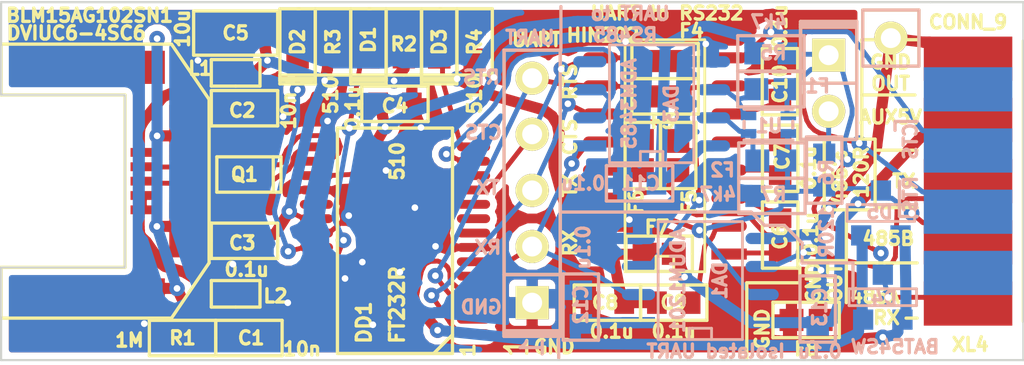
<source format=kicad_pcb>
(kicad_pcb (version 4) (host pcbnew 4.0.0-rc1-stable)
  (layers (0 F.Cu signal hide) (31 B.Cu signal hide) (36 B.SilkS user) (37 F.SilkS user hide) (38 B.Mask user) (39 F.Mask user) (44 Edge.Cuts user))
  (net 0 "")
  (net 1 GND)
  (net 2 /USB_IN_1)
  (net 3 +5V)
  (net 4 +3.3V)
  (net 5 "Net-(C6-Pad1)")
  (net 6 "Net-(C6-Pad2)")
  (net 7 "Net-(C7-Pad1)")
  (net 8 "Net-(C7-Pad2)")
  (net 9 "Net-(C9-Pad1)")
  (net 10 "Net-(C10-Pad1)")
  (net 11 /Aux5V)
  (net 12 "Net-(D1-PadA)")
  (net 13 "Net-(D2-PadA)")
  (net 14 "Net-(D3-PadA)")
  (net 15 /RS485A)
  (net 16 /RS485B_RX)
  (net 17 GNDPWR)
  (net 18 /UART_RX)
  (net 19 /UART_TX)
  (net 20 /CTS)
  (net 21 /RTS)
  (net 22 /UART_CTS)
  (net 23 /UART_RTS)
  (net 24 /TX)
  (net 25 /B)
  (net 26 /A)
  (net 27 /TXDEN)
  (net 28 /D+)
  (net 29 /D-)
  (net 30 /USB_IN_2)
  (net 31 /SHLD)
  (net 32 /TX_LED)
  (net 33 /RX_LED)
  (net 34 /PwrOn_LED)
  (net 35 "Net-(R6-Pad1)")
  (net 36 "Net-(DD1-Pad2)")
  (net 37 "Net-(DD1-Pad6)")
  (net 38 "Net-(DD1-Pad8)")
  (net 39 "Net-(DD1-Pad9)")
  (net 40 "Net-(DD1-Pad10)")
  (net 41 "Net-(DD1-Pad12)")
  (net 42 "Net-(DD1-Pad19)")
  (net 43 "Net-(DD1-Pad24)")
  (net 44 "Net-(DD1-Pad27)")
  (net 45 "Net-(DD1-Pad28)")
  (net 46 "Net-(Q1-Pad3)")
  (net 47 "Net-(Q1-Pad4)")
  (net 48 "Net-(XL4-Pad9)")
  (net 49 "Net-(XL4-Pad6)")
  (module Capacitors:CAP_0603 (layer F.Cu) (at 148.2 95.6)
    (fp_text reference C1 (at 0.1 0) (layer F.SilkS) (effects (font (size 0.6 0.6))))
    (fp_text value 10n (at 2.4 0.5 180) (layer F.SilkS) (effects (font (size 0.6 0.6))))
    (pad 1 smd rect (at -0.762 0) (size 0.889 1.016) (layers F.Cu F.Mask) (net 31 /SHLD))
    (pad 2 smd rect (at 0.762 0) (size 0.889 1.016) (layers F.Cu F.Mask) (net 1 GND))
  )
  (module Capacitors:CAP_0603 (layer F.Cu) (at 148 85.2 180)
    (fp_text reference C2 (at 0.1 -0.1 180) (layer F.SilkS) (effects (font (size 0.6 0.6))))
    (fp_text value 10n (at -2 -0.1 270) (layer F.SilkS) (effects (font (size 0.6 0.6))))
    (pad 1 smd rect (at -0.762 0 180) (size 0.889 1.016) (layers F.Cu F.Mask) (net 1 GND))
    (pad 2 smd rect (at 0.762 0 180) (size 0.889 1.016) (layers F.Cu F.Mask) (net 2 /USB_IN_1))
  )
  (module Capacitors:CAP_0603 (layer F.Cu) (at 148 91.2)
    (fp_text reference C3 (at -0.1 0.1) (layer F.SilkS) (effects (font (size 0.6 0.6))))
    (fp_text value 0.1u (at 0.1 1.3) (layer F.SilkS) (effects (font (size 0.6 0.6))))
    (pad 1 smd rect (at -0.762 0) (size 0.889 1.016) (layers F.Cu F.Mask) (net 1 GND))
    (pad 2 smd rect (at 0.762 0) (size 0.889 1.016) (layers F.Cu F.Mask) (net 3 +5V))
  )
  (module Capacitors:CAP_0603 (layer F.Cu) (at 154.8 85)
    (fp_text reference C4 (at 0 0.1) (layer F.SilkS) (effects (font (size 0.6 0.6))))
    (fp_text value 0.1u (at -1.9 0.2 90) (layer F.SilkS) (effects (font (size 0.6 0.6))))
    (pad 1 smd rect (at -0.762 0) (size 0.889 1.016) (layers F.Cu F.Mask) (net 4 +3.3V))
    (pad 2 smd rect (at 0.762 0) (size 0.889 1.016) (layers F.Cu F.Mask) (net 1 GND))
  )
  (module Capacitors:CAP_0805 (layer F.Cu) (at 147.6 81.8)
    (fp_text reference C5 (at 0 0) (layer F.SilkS) (effects (font (size 0.6 0.6))))
    (fp_text value 10u (at -2.4 -0.2 90) (layer F.SilkS) (effects (font (size 0.6 0.6))))
    (pad 1 smd rect (at -1.016 0) (size 1.143 1.397) (layers F.Cu F.Mask) (net 1 GND))
    (pad 2 smd rect (at 1.016 0) (size 1.143 1.397) (layers F.Cu F.Mask) (net 3 +5V))
  )
  (module Capacitors:CAP_0603 (layer F.Cu) (at 172.208 90.9405 270)
    (fp_text reference C6 (at 0.0595 0.008 450) (layer F.SilkS) (effects (font (size 0.6 0.6))))
    (fp_text value 0.1u (at -0.0405 -1.392 270) (layer F.SilkS) (effects (font (size 0.6 0.6))))
    (pad 1 smd rect (at -0.762 0 270) (size 0.889 1.016) (layers F.Cu F.Mask) (net 5 "Net-(C6-Pad1)"))
    (pad 2 smd rect (at 0.762 0 270) (size 0.889 1.016) (layers F.Cu F.Mask) (net 6 "Net-(C6-Pad2)"))
  )
  (module Capacitors:CAP_0603 (layer F.Cu) (at 172.208 87.4659 270)
    (fp_text reference C7 (at -0.0659 -0.092 450) (layer F.SilkS) (effects (font (size 0.6 0.6))))
    (fp_text value 0.1u (at 0.4341 -1.292 270) (layer F.SilkS) (effects (font (size 0.6 0.6))))
    (pad 1 smd rect (at -0.762 0 270) (size 0.889 1.016) (layers F.Cu F.Mask) (net 7 "Net-(C7-Pad1)"))
    (pad 2 smd rect (at 0.762 0 270) (size 0.889 1.016) (layers F.Cu F.Mask) (net 8 "Net-(C7-Pad2)"))
  )
  (module Capacitors:CAP_0603 (layer F.Cu) (at 164.4 94)
    (fp_text reference C8 (at -0.1 0) (layer F.SilkS) (effects (font (size 0.6 0.6))))
    (fp_text value 0.1u (at 0.2 1.3) (layer F.SilkS) (effects (font (size 0.6 0.6))))
    (pad 1 smd rect (at -0.762 0) (size 0.889 1.016) (layers F.Cu F.Mask) (net 1 GND))
    (pad 2 smd rect (at 0.762 0) (size 0.889 1.016) (layers F.Cu F.Mask) (net 3 +5V))
  )
  (module Capacitors:CAP_0603 (layer F.Cu) (at 167.4 94 180)
    (fp_text reference C9 (at 0 0 180) (layer F.SilkS) (effects (font (size 0.6 0.6))))
    (fp_text value 0.1u (at 0 -1.3 180) (layer F.SilkS) (effects (font (size 0.6 0.6))))
    (pad 1 smd rect (at -0.762 0 180) (size 0.889 1.016) (layers F.Cu F.Mask) (net 9 "Net-(C9-Pad1)"))
    (pad 2 smd rect (at 0.762 0 180) (size 0.889 1.016) (layers F.Cu F.Mask) (net 3 +5V))
  )
  (module Capacitors:CAP_0603 (layer F.Cu) (at 172.2 84 90)
    (fp_text reference C10 (at -0.1 0 90) (layer F.SilkS) (effects (font (size 0.6 0.6))))
    (fp_text value 0.1u (at 2.5 0 90) (layer F.SilkS) (effects (font (size 0.6 0.6))))
    (pad 1 smd rect (at -0.762 0 90) (size 0.889 1.016) (layers F.Cu F.Mask) (net 10 "Net-(C10-Pad1)"))
    (pad 2 smd rect (at 0.762 0 90) (size 0.889 1.016) (layers F.Cu F.Mask) (net 1 GND))
  )
  (module Capacitors:CAP_0603 (layer B.Cu) (at 165.8561 88.6 180)
    (fp_text reference C11 (at -0.0439 0 180) (layer B.SilkS) (effects (font (size 0.6 0.6)) (justify mirror)))
    (fp_text value 0.1u (at 2.5561 0 180) (layer B.SilkS) (effects (font (size 0.6 0.6)) (justify mirror)))
    (pad 1 smd rect (at -0.762 0 180) (size 0.889 1.016) (layers B.Cu B.Mask) (net 4 +3.3V))
    (pad 2 smd rect (at 0.762 0 180) (size 0.889 1.016) (layers B.Cu B.Mask) (net 1 GND))
  )
  (module Capacitors:CAP_0603 (layer B.Cu) (at 163.2 94.2 270)
    (fp_text reference C12 (at -0.1 0 270) (layer B.SilkS) (effects (font (size 0.6 0.6)) (justify mirror)))
    (fp_text value 0.1u (at -2.7 -0.1 270) (layer B.SilkS) (effects (font (size 0.6 0.6)) (justify mirror)))
    (pad 1 smd rect (at -0.762 0 270) (size 0.889 1.016) (layers B.Cu B.Mask) (net 1 GND))
    (pad 2 smd rect (at 0.762 0 270) (size 0.889 1.016) (layers B.Cu B.Mask) (net 4 +3.3V))
  )
  (module Capacitors:CAP_0603 (layer B.Cu) (at 173.9054 94.2873 270)
    (fp_text reference C13 (at -0.0873 -0.0946 270) (layer B.SilkS) (effects (font (size 0.6 0.6)) (justify mirror)))
    (fp_text value 0.1u (at 1.9127 -0.0946 360) (layer B.SilkS) (effects (font (size 0.6 0.6)) (justify mirror)))
    (pad 1 smd rect (at -0.762 0 270) (size 0.889 1.016) (layers B.Cu B.Mask) (net 17 GNDPWR))
    (pad 2 smd rect (at 0.762 0 270) (size 0.889 1.016) (layers B.Cu B.Mask) (net 11 /Aux5V))
  )
  (module LEDs:SMD_0603 (layer F.Cu) (at 153.6 82.2 270)
    (fp_text reference D1 (at -0.1 0 450) (layer F.SilkS) (effects (font (size 0.6 0.6))))
    (fp_text value LED hide)
    (pad A smd rect (at -0.762 0 270) (size 0.889 1.016) (layers F.Cu F.Mask) (net 12 "Net-(D1-PadA)"))
    (pad C smd rect (at 0.762 0 270) (size 0.889 1.016) (layers F.Cu F.Mask) (net 32 /TX_LED))
  )
  (module LEDs:SMD_0603 (layer F.Cu) (at 150.4 82.2 270)
    (fp_text reference D2 (at 0 0 450) (layer F.SilkS) (effects (font (size 0.6 0.6))))
    (fp_text value LED hide)
    (pad A smd rect (at -0.762 0 270) (size 0.889 1.016) (layers F.Cu F.Mask) (net 13 "Net-(D2-PadA)"))
    (pad C smd rect (at 0.762 0 270) (size 0.889 1.016) (layers F.Cu F.Mask) (net 33 /RX_LED))
  )
  (module LEDs:SMD_0603 (layer F.Cu) (at 156.8 82.2 270)
    (fp_text reference D3 (at 0 0 450) (layer F.SilkS) (effects (font (size 0.6 0.6))))
    (fp_text value LED hide)
    (pad A smd rect (at -0.762 0 270) (size 0.889 1.016) (layers F.Cu F.Mask) (net 14 "Net-(D3-PadA)"))
    (pad C smd rect (at 0.762 0 270) (size 0.889 1.016) (layers F.Cu F.Mask) (net 34 /PwrOn_LED))
  )
  (module SOT:SOT23-3 (layer B.Cu) (at 176.8474 93.7519)
    (fp_text reference D4 (at 0.0526 0.0481) (layer B.SilkS) (effects (font (size 0.6 0.6)) (justify mirror)))
    (fp_text value BAT54SW (at 0.5526 2.2481) (layer B.SilkS) (effects (font (size 0.59944 0.59944) (thickness 0.14986)) (justify mirror)))
    (pad 2 smd rect (at -0.889 1.016) (size 0.9144 0.9144) (layers B.Cu B.Mask) (net 4 +3.3V))
    (pad 1 smd rect (at 0.889 1.016) (size 0.9144 0.9144) (layers B.Cu B.Mask) (net 1 GND))
    (pad 3 smd rect (at 0 -1.016) (size 0.9144 0.9144) (layers B.Cu B.Mask) (net 15 /RS485A))
  )
  (module SOT:SOT23-3 (layer B.Cu) (at 176.76 89.9412)
    (fp_text reference D5 (at -0.06 -0.0412) (layer B.SilkS) (effects (font (size 0.6 0.6)) (justify mirror)))
    (fp_text value BAT54SW hide)
    (pad 2 smd rect (at -0.889 1.016) (size 0.9144 0.9144) (layers B.Cu B.Mask) (net 4 +3.3V))
    (pad 1 smd rect (at 0.889 1.016) (size 0.9144 0.9144) (layers B.Cu B.Mask) (net 1 GND))
    (pad 3 smd rect (at 0 -1.016) (size 0.9144 0.9144) (layers B.Cu B.Mask) (net 16 /RS485B_RX))
  )
  (module SO_DIL_TSSOP:SO8 (layer B.Cu) (at 168.6 93 90)
    (fp_text reference DA1 (at 0 0.889 90) (layer B.SilkS) (effects (font (size 0.6 0.6)) (justify mirror)))
    (fp_text value ADUM1201 (at 0 -1.016 90) (layer B.SilkS) (effects (font (size 0.6 0.6)) (justify mirror)))
    (pad 8 smd oval (at -1.905 2.794 90) (size 0.508 1.50114) (layers B.Cu B.Mask) (net 11 /Aux5V))
    (pad 1 smd rect (at -1.905 -2.794 90) (size 0.508 1.50114) (layers B.Cu B.Mask) (net 4 +3.3V))
    (pad 7 smd oval (at -0.635 2.794 90) (size 0.508 1.50114) (layers B.Cu B.Mask) (net 16 /RS485B_RX))
    (pad 6 smd oval (at 0.635 2.794 90) (size 0.508 1.50114) (layers B.Cu B.Mask) (net 24 /TX))
    (pad 5 smd oval (at 1.905 2.794 90) (size 0.508 1.50114) (layers B.Cu B.Mask) (net 17 GNDPWR))
    (pad 2 smd oval (at -0.635 -2.794 90) (size 0.508 1.50114) (layers B.Cu B.Mask) (net 18 /UART_RX))
    (pad 3 smd oval (at 0.635 -2.794 90) (size 0.508 1.50114) (layers B.Cu B.Mask) (net 19 /UART_TX))
    (pad 4 smd oval (at 1.905 -2.794 90) (size 0.508 1.50114) (layers B.Cu B.Mask) (net 1 GND))
  )
  (module SO_DIL_TSSOP:SO16_150 (layer F.Cu) (at 167 88 90)
    (fp_text reference DA2 hide)
    (fp_text value HIN202 (at 6.1 -2.8 180) (layer F.SilkS) (effects (font (size 0.6 0.6))))
    (pad 16 smd oval (at -3.81 -2.9 90) (size 0.5 1.6) (layers F.Cu F.Mask) (net 3 +5V))
    (pad 15 smd oval (at -2.54 -2.9 90) (size 0.5 1.6) (layers F.Cu F.Mask) (net 1 GND))
    (pad 8 smd oval (at 5.08 2.9 90) (size 0.5 1.6) (layers F.Cu F.Mask) (net 20 /CTS))
    (pad 1 smd rect (at -3.8 2.9 90) (size 0.5 1.6) (layers F.Cu F.Mask) (net 6 "Net-(C6-Pad2)"))
    (pad 7 smd oval (at 3.81 2.9 90) (size 0.5 1.6) (layers F.Cu F.Mask) (net 21 /RTS))
    (pad 6 smd oval (at 2.54 2.9 90) (size 0.5 1.6) (layers F.Cu F.Mask) (net 10 "Net-(C10-Pad1)"))
    (pad 5 smd oval (at 1.27 2.9 90) (size 0.5 1.6) (layers F.Cu F.Mask) (net 7 "Net-(C7-Pad1)"))
    (pad 2 smd oval (at -2.54 2.9 90) (size 0.5 1.6) (layers F.Cu F.Mask) (net 9 "Net-(C9-Pad1)"))
    (pad 3 smd oval (at -1.27 2.9 90) (size 0.5 1.6) (layers F.Cu F.Mask) (net 5 "Net-(C6-Pad1)"))
    (pad 4 smd oval (at 0 2.9 90) (size 0.5 1.6) (layers F.Cu F.Mask) (net 8 "Net-(C7-Pad2)"))
    (pad 9 smd oval (at 5.08 -2.9 90) (size 0.5 1.6) (layers F.Cu F.Mask) (net 22 /UART_CTS))
    (pad 10 smd oval (at 3.81 -2.9 90) (size 0.5 1.6) (layers F.Cu F.Mask) (net 23 /UART_RTS))
    (pad 11 smd oval (at 2.54 -2.9 90) (size 0.5 1.6) (layers F.Cu F.Mask) (net 19 /UART_TX))
    (pad 12 smd oval (at 1.27 -2.9 90) (size 0.5 1.6) (layers F.Cu F.Mask) (net 18 /UART_RX))
    (pad 13 smd oval (at 0 -2.9 90) (size 0.5 1.6) (layers F.Cu F.Mask) (net 16 /RS485B_RX))
    (pad 14 smd oval (at -1.27 -2.9 90) (size 0.5 1.6) (layers F.Cu F.Mask) (net 24 /TX))
  )
  (module SO_DIL_TSSOP:SO8 (layer B.Cu) (at 166.4 85 90)
    (fp_text reference DA3 (at 0 0.889 90) (layer B.SilkS) (effects (font (size 0.6 0.6)) (justify mirror)))
    (fp_text value ADM3485 (at 0 -1.016 90) (layer B.SilkS) (effects (font (size 0.6 0.6)) (justify mirror)))
    (pad 8 smd oval (at -1.905 2.794 90) (size 0.508 1.50114) (layers B.Cu B.Mask) (net 4 +3.3V))
    (pad 1 smd rect (at -1.905 -2.794 90) (size 0.508 1.50114) (layers B.Cu B.Mask) (net 18 /UART_RX))
    (pad 7 smd oval (at -0.635 2.794 90) (size 0.508 1.50114) (layers B.Cu B.Mask) (net 25 /B))
    (pad 6 smd oval (at 0.635 2.794 90) (size 0.508 1.50114) (layers B.Cu B.Mask) (net 26 /A))
    (pad 5 smd oval (at 1.905 2.794 90) (size 0.508 1.50114) (layers B.Cu B.Mask) (net 1 GND))
    (pad 2 smd oval (at -0.635 -2.794 90) (size 0.508 1.50114) (layers B.Cu B.Mask) (net 27 /TXDEN))
    (pad 3 smd oval (at 0.635 -2.794 90) (size 0.508 1.50114) (layers B.Cu B.Mask) (net 27 /TXDEN))
    (pad 4 smd oval (at 1.905 -2.794 90) (size 0.508 1.50114) (layers B.Cu B.Mask) (net 19 /UART_TX))
  )
  (module SO_DIL_TSSOP:SSOP28 (layer F.Cu) (at 154.8 95.4 90)
    (fp_text reference DD1 (at 0.5 -1.4 90) (layer F.SilkS) (effects (font (size 0.635 0.635) (thickness 0.14986))))
    (fp_text value FT232R (at 1.3 0.1 90) (layer F.SilkS) (effects (font (size 0.635 0.635) (thickness 0.14986))))
    (fp_text user 1 (at -0.75 3.3 90) (layer F.SilkS) (effects (font (size 0.6 0.6))))
    (pad 1 smd oval (at 0 3.55 90) (size 0.4 1.5) (layers F.Cu F.Mask) (net 19 /UART_TX))
    (pad 2 smd oval (at 0.65 3.55 90) (size 0.4 1.5) (layers F.Cu F.Mask) (net 36 "Net-(DD1-Pad2)"))
    (pad 3 smd oval (at 1.3 3.55 90) (size 0.4 1.5) (layers F.Cu F.Mask) (net 23 /UART_RTS))
    (pad 4 smd oval (at 1.95 3.55 90) (size 0.4 1.5) (layers F.Cu F.Mask) (net 4 +3.3V))
    (pad 5 smd oval (at 2.6 3.55 90) (size 0.4 1.5) (layers F.Cu F.Mask) (net 18 /UART_RX))
    (pad 6 smd oval (at 3.25 3.55 90) (size 0.4 1.5) (layers F.Cu F.Mask) (net 37 "Net-(DD1-Pad6)"))
    (pad 7 smd oval (at 3.9 3.55 90) (size 0.4 1.5) (layers F.Cu F.Mask) (net 1 GND))
    (pad 8 smd oval (at 4.55 3.55 90) (size 0.4 1.5) (layers F.Cu F.Mask) (net 38 "Net-(DD1-Pad8)"))
    (pad 9 smd oval (at 5.2 3.55 90) (size 0.4 1.5) (layers F.Cu F.Mask) (net 39 "Net-(DD1-Pad9)"))
    (pad 10 smd oval (at 5.85 3.55 90) (size 0.4 1.5) (layers F.Cu F.Mask) (net 40 "Net-(DD1-Pad10)"))
    (pad 11 smd oval (at 6.5 3.55 90) (size 0.4 1.5) (layers F.Cu F.Mask) (net 22 /UART_CTS))
    (pad 12 smd oval (at 7.15 3.55 90) (size 0.4 1.5) (layers F.Cu F.Mask) (net 41 "Net-(DD1-Pad12)"))
    (pad 13 smd oval (at 7.8 3.55 90) (size 0.4 1.5) (layers F.Cu F.Mask) (net 27 /TXDEN))
    (pad 14 smd oval (at 8.45 3.55 90) (size 0.4 1.5) (layers F.Cu F.Mask) (net 34 /PwrOn_LED))
    (pad 15 smd oval (at 8.45 -3.55 90) (size 0.4 1.5) (layers F.Cu F.Mask) (net 28 /D+))
    (pad 16 smd oval (at 7.8 -3.55 90) (size 0.4 1.5) (layers F.Cu F.Mask) (net 29 /D-))
    (pad 17 smd oval (at 7.15 -3.55 90) (size 0.4 1.5) (layers F.Cu F.Mask) (net 4 +3.3V))
    (pad 18 smd oval (at 6.5 -3.55 90) (size 0.4 1.5) (layers F.Cu F.Mask) (net 1 GND))
    (pad 19 smd oval (at 5.85 -3.55 90) (size 0.4 1.5) (layers F.Cu F.Mask) (net 42 "Net-(DD1-Pad19)"))
    (pad 20 smd oval (at 5.2 -3.55 90) (size 0.4 1.5) (layers F.Cu F.Mask) (net 3 +5V))
    (pad 21 smd oval (at 4.55 -3.55 90) (size 0.4 1.5) (layers F.Cu F.Mask) (net 1 GND))
    (pad 22 smd oval (at 3.9 -3.55 90) (size 0.4 1.5) (layers F.Cu F.Mask) (net 33 /RX_LED))
    (pad 23 smd oval (at 3.25 -3.55 90) (size 0.4 1.5) (layers F.Cu F.Mask) (net 32 /TX_LED))
    (pad 24 smd oval (at 2.6 -3.55 90) (size 0.4 1.5) (layers F.Cu F.Mask) (net 43 "Net-(DD1-Pad24)"))
    (pad 25 smd oval (at 1.95 -3.55 90) (size 0.4 1.5) (layers F.Cu F.Mask) (net 1 GND))
    (pad 26 smd oval (at 1.3 -3.55 90) (size 0.4 1.5) (layers F.Cu F.Mask) (net 1 GND))
    (pad 27 smd oval (at 0.65 -3.55 90) (size 0.4 1.5) (layers F.Cu F.Mask) (net 44 "Net-(DD1-Pad27)"))
    (pad 28 smd oval (at 0 -3.55 90) (size 0.4 1.5) (layers F.Cu F.Mask) (net 45 "Net-(DD1-Pad28)"))
  )
  (module Resistors:RES_0603_FUSE (layer B.Cu) (at 171.7922 84.3397 180)
    (fp_text reference F1 (at -2.1078 0.1397 180) (layer B.SilkS) (effects (font (size 0.6 0.6)) (justify mirror)))
    (fp_text value FUSE0R hide)
    (pad 1 smd rect (at -0.66 0 180) (size 1.08 1) (layers B.Cu B.Mask) (net 15 /RS485A))
    (pad 2 smd rect (at 0.66 0 180) (size 1.08 1) (layers B.Cu B.Mask) (net 26 /A))
  )
  (module Resistors:RES_0603_FUSE (layer B.Cu) (at 171.8358 87.569 180)
    (fp_text reference F2 (at 2.2358 -0.431 180) (layer B.SilkS) (effects (font (size 0.6 0.6)) (justify mirror)))
    (fp_text value FUSE0R hide)
    (pad 1 smd rect (at -0.66 0 180) (size 1.08 1) (layers B.Cu B.Mask) (net 16 /RS485B_RX))
    (pad 2 smd rect (at 0.66 0 180) (size 1.08 1) (layers B.Cu B.Mask) (net 25 /B))
  )
  (module Resistors:RES_0603_FUSE (layer F.Cu) (at 167.008 84.6659 180)
    (fp_text reference F3 (at 0.108 -1.1341 180) (layer F.SilkS) (effects (font (size 0.6 0.6))))
    (fp_text value Fuse0R hide)
    (pad 1 smd rect (at -0.66 0 180) (size 1.08 1) (layers F.Cu F.Mask) (net 21 /RTS))
    (pad 2 smd rect (at 0.66 0 180) (size 1.08 1) (layers F.Cu F.Mask) (net 23 /UART_RTS))
  )
  (module Resistors:RES_0603_FUSE (layer F.Cu) (at 167.008 83.0659 180)
    (fp_text reference F4 (at -1.192 1.3659 180) (layer F.SilkS) (effects (font (size 0.6 0.6))))
    (fp_text value Fuse0R hide)
    (pad 1 smd rect (at -0.66 0 180) (size 1.08 1) (layers F.Cu F.Mask) (net 20 /CTS))
    (pad 2 smd rect (at 0.66 0 180) (size 1.08 1) (layers F.Cu F.Mask) (net 22 /UART_CTS))
  )
  (module Resistors:RES_0603_FUSE (layer F.Cu) (at 167.6 87.341 90)
    (fp_text reference F5 (at -2.1 0.5 90) (layer F.SilkS) (effects (font (size 0.6 0.6))))
    (fp_text value Fuse0R hide)
    (pad 1 smd rect (at -0.66 0 90) (size 1.08 1) (layers F.Cu F.Mask) (net 24 /TX))
    (pad 2 smd rect (at 0.66 0 90) (size 1.08 1) (layers F.Cu F.Mask) (net 19 /UART_TX))
  )
  (module Resistors:RES_0603_FUSE (layer F.Cu) (at 166 87.341 90)
    (fp_text reference F6 (at -2.1 -0.3 90) (layer F.SilkS) (effects (font (size 0.6 0.6))))
    (fp_text value Fuse0R hide)
    (pad 1 smd rect (at -0.66 0 90) (size 1.08 1) (layers F.Cu F.Mask) (net 16 /RS485B_RX))
    (pad 2 smd rect (at 0.66 0 90) (size 1.08 1) (layers F.Cu F.Mask) (net 18 /UART_RX))
  )
  (module Resistors:RES_0603_FUSE (layer F.Cu) (at 166.7409 91.7885 180)
    (fp_text reference F7 (at 0.1 1.2 180) (layer F.SilkS) (effects (font (size 0.6 0.6))))
    (fp_text value Fuse0R hide)
    (pad 1 smd rect (at -0.66 0 180) (size 1.08 1) (layers F.Cu F.Mask) (net 11 /Aux5V))
    (pad 2 smd rect (at 0.66 0 180) (size 1.08 1) (layers F.Cu F.Mask) (net 3 +5V))
  )
  (module Resistors:RES_0603_FUSE (layer F.Cu) (at 173.3811 94.7823 180)
    (fp_text reference F8 (at -0.0189 -1.3177 180) (layer F.SilkS) (effects (font (size 0.6 0.6))))
    (fp_text value Fuse0R hide)
    (pad 1 smd rect (at -0.66 0 180) (size 1.08 1) (layers F.Cu F.Mask) (net 17 GNDPWR))
    (pad 2 smd rect (at 0.66 0 180) (size 1.08 1) (layers F.Cu F.Mask) (net 1 GND))
  )
  (module Inductors:IND_0402 (layer F.Cu) (at 147.6 83.6 180)
    (fp_text reference L1 (at 1.6 0.2 180) (layer F.SilkS) (effects (font (size 0.6 0.6))))
    (fp_text value BLM15AG102SN1 (at 6.6 2.6 180) (layer F.SilkS) (effects (font (size 0.6 0.6))))
    (pad 1 smd rect (at -0.5 0 180) (size 0.6 0.6) (layers F.Cu F.Mask) (net 3 +5V))
    (pad 2 smd rect (at 0.5 0 180) (size 0.6 0.6) (layers F.Cu F.Mask) (net 2 /USB_IN_1))
  )
  (module Inductors:IND_0402 (layer F.Cu) (at 147.6 93.6 180)
    (fp_text reference L2 (at -1.8 -0.1 180) (layer F.SilkS) (effects (font (size 0.6 0.6))))
    (fp_text value BLM15AG102SN1 hide)
    (pad 1 smd rect (at -0.5 0 180) (size 0.6 0.6) (layers F.Cu F.Mask) (net 1 GND))
    (pad 2 smd rect (at 0.5 0 180) (size 0.6 0.6) (layers F.Cu F.Mask) (net 30 /USB_IN_2))
  )
  (module Resistors:RES_0603 (layer F.Cu) (at 145.2 95.6 180)
    (fp_text reference R1 (at 0 0 180) (layer F.SilkS) (effects (font (size 0.6 0.6))))
    (fp_text value 1M (at 2.4 -0.1 180) (layer F.SilkS) (effects (font (size 0.6 0.6))))
    (pad 1 smd rect (at -0.75 0 180) (size 0.9 1) (layers F.Cu F.Mask) (net 31 /SHLD))
    (pad 2 smd rect (at 0.75 0 180) (size 0.9 1) (layers F.Cu F.Mask) (net 1 GND))
  )
  (module Resistors:RES_0603 (layer F.Cu) (at 155.2 82.2 90)
    (fp_text reference R2 (at -0.1 0 180) (layer F.SilkS) (effects (font (size 0.6 0.6))))
    (fp_text value 510 (at -5.4 -0.3 270) (layer F.SilkS) (effects (font (size 0.6 0.6))))
    (pad 1 smd rect (at -0.75 0 90) (size 0.9 1) (layers F.Cu F.Mask) (net 3 +5V))
    (pad 2 smd rect (at 0.75 0 90) (size 0.9 1) (layers F.Cu F.Mask) (net 12 "Net-(D1-PadA)"))
  )
  (module Resistors:RES_0603 (layer F.Cu) (at 152 82.2 90)
    (fp_text reference R3 (at 0 0 270) (layer F.SilkS) (effects (font (size 0.6 0.6))))
    (fp_text value 510 (at -2.4 -0.1 90) (layer F.SilkS) (effects (font (size 0.6 0.6))))
    (pad 1 smd rect (at -0.75 0 90) (size 0.9 1) (layers F.Cu F.Mask) (net 3 +5V))
    (pad 2 smd rect (at 0.75 0 90) (size 0.9 1) (layers F.Cu F.Mask) (net 13 "Net-(D2-PadA)"))
  )
  (module Resistors:RES_0603 (layer F.Cu) (at 158.4 82.2 90)
    (fp_text reference R4 (at 0 0 90) (layer F.SilkS) (effects (font (size 0.6 0.6))))
    (fp_text value 510 (at -2.4 0 90) (layer F.SilkS) (effects (font (size 0.6 0.6))))
    (pad 1 smd rect (at -0.75 0 90) (size 0.9 1) (layers F.Cu F.Mask) (net 3 +5V))
    (pad 2 smd rect (at 0.75 0 90) (size 0.9 1) (layers F.Cu F.Mask) (net 14 "Net-(D3-PadA)"))
  )
  (module Resistors:RES_0603 (layer B.Cu) (at 174.2 88 270)
    (fp_text reference R6 (at 0.1 -0.1 270) (layer B.SilkS) (effects (font (size 0.6 0.6)) (justify mirror)))
    (fp_text value 120R (at 2.8 -0.1 270) (layer B.SilkS) (effects (font (size 0.6 0.6)) (justify mirror)))
    (pad 1 smd rect (at -0.75 0 270) (size 0.9 1) (layers B.Cu B.Mask) (net 35 "Net-(R6-Pad1)"))
    (pad 2 smd rect (at 0.75 0 270) (size 0.9 1) (layers B.Cu B.Mask) (net 16 /RS485B_RX))
  )
  (module Inductors:DLW21SN (layer B.Cu) (at 171.6794 85.9434)
    (fp_text reference U1 (at 0.0206 0.0566) (layer B.SilkS) (effects (font (size 0.6 0.6)) (justify mirror)))
    (fp_text value DLW21SN900SQ2 hide)
    (pad 1 smd rect (at -0.89916 0.39878) (size 0.70104 0.39878) (layers B.Cu B.Mask) (net 25 /B))
    (pad 2 smd rect (at 0.89916 0.39878) (size 0.70104 0.39878) (layers B.Cu B.Mask) (net 16 /RS485B_RX))
    (pad 3 smd rect (at 0.89916 -0.39878) (size 0.70104 0.39878) (layers B.Cu B.Mask) (net 15 /RS485A))
    (pad 4 smd rect (at -0.89916 -0.39878) (size 0.70104 0.39878) (layers B.Cu B.Mask) (net 26 /A))
  )
  (module Connectors:USBmicro_MOLEX_WM17142 (layer F.Cu) (at 142.6 88.5)
    (fp_text reference XL1 hide)
    (fp_text value USB_MICRO_B hide)
    (pad SHLD smd rect (at -3.65 -5.15) (size 2.5 1.5) (layers F.Cu F.Mask) (net 31 /SHLD))
    (pad SHLD smd rect (at -3.65 5.15) (size 2.5 1.5) (layers F.Cu F.Mask) (net 31 /SHLD))
    (pad SHLD smd rect (at 0.55 -5.15) (size 2.5 1.5) (layers F.Cu F.Mask) (net 31 /SHLD))
    (pad SHLD smd rect (at 0.55 5.15) (size 2.5 1.5) (layers F.Cu F.Mask) (net 31 /SHLD))
    (pad SHLD smd rect (at 2.75 -2.2 90) (size 2.5 1.5) (layers F.Cu F.Mask) (net 31 /SHLD))
    (pad SHLD smd rect (at 2.75 2.2 90) (size 2.5 1.5) (layers F.Cu F.Mask) (net 31 /SHLD))
    (pad 1 smd rect (at 0.875 -1.3) (size 1.25 0.4) (layers F.Cu F.Mask) (net 2 /USB_IN_1))
    (pad 2 smd rect (at 0.875 -0.65) (size 1.25 0.4) (layers F.Cu F.Mask) (net 29 /D-))
    (pad 3 smd rect (at 0.875 0) (size 1.25 0.4) (layers F.Cu F.Mask) (net 28 /D+))
    (pad 4 smd rect (at 0.875 0.65) (size 1.25 0.4) (layers F.Cu F.Mask) (net 30 /USB_IN_2))
    (pad 5 smd rect (at 0.875 1.3) (size 1.25 0.4) (layers F.Cu F.Mask) (net 30 /USB_IN_2))
  )
  (module Connectors:PLS-5 (layer F.Cu) (at 161 94 90)
    (fp_text reference XL3 hide)
    (fp_text value CONN_5 hide)
    (fp_text user 1 (at -2 -0.7 270) (layer F.SilkS))
    (fp_text user 1 (at -2.032 0 90) (layer B.SilkS) (effects (justify mirror)))
    (pad 5 thru_hole circle (at 10.16 0 90) (size 1.5 1.5) (drill 0.9) (layers *.Cu *.Mask F.SilkS) (net 23 /UART_RTS))
    (pad 1 thru_hole rect (at 0 0 90) (size 1.5 1.5) (drill 0.9) (layers *.Cu *.Mask F.SilkS) (net 1 GND))
    (pad 2 thru_hole circle (at 2.54 0 90) (size 1.5 1.5) (drill 0.9) (layers *.Cu *.Mask F.SilkS) (net 18 /UART_RX))
    (pad 3 thru_hole circle (at 5.08 0 90) (size 1.5 1.5) (drill 0.9) (layers *.Cu *.Mask F.SilkS) (net 19 /UART_TX))
    (pad 4 thru_hole circle (at 7.62 0 90) (size 1.5 1.5) (drill 0.9) (layers *.Cu *.Mask F.SilkS) (net 22 /UART_CTS))
  )
  (module Connectors:PLS-1Rnd (layer F.Cu) (at 177.2107 82.0272)
    (fp_text reference XL5 hide)
    (fp_text value CONN_1 hide)
    (pad 1 thru_hole circle (at 0 0) (size 1.5 1.5) (drill 0.9) (layers *.Cu *.Mask F.SilkS) (net 17 GNDPWR))
  )
  (module Resistors:RES_0603 (layer B.Cu) (at 171.7921 82.7179)
    (fp_text reference R5 (at 0.1079 -0.0179) (layer B.SilkS) (effects (font (size 0.6 0.6)) (justify mirror)))
    (fp_text value 4k7 (at -0.0921 -1.4179) (layer B.SilkS) (effects (font (size 0.6 0.6)) (justify mirror)))
    (pad 1 smd rect (at -0.75 0) (size 0.9 1) (layers B.Cu B.Mask) (net 4 +3.3V))
    (pad 2 smd rect (at 0.75 0) (size 0.9 1) (layers B.Cu B.Mask) (net 15 /RS485A))
  )
  (module Resistors:RES_0603 (layer B.Cu) (at 171.8358 89.169 180)
    (fp_text reference R7 (at -0.0642 0.069 180) (layer B.SilkS) (effects (font (size 0.6 0.6)) (justify mirror)))
    (fp_text value 4k7 (at 2.4358 0.069 180) (layer B.SilkS) (effects (font (size 0.6 0.6)) (justify mirror)))
    (pad 1 smd rect (at -0.75 0 180) (size 0.9 1) (layers B.Cu B.Mask) (net 16 /RS485B_RX))
    (pad 2 smd rect (at 0.75 0 180) (size 0.9 1) (layers B.Cu B.Mask) (net 1 GND))
  )
  (module Connectors:PLS-2 (layer F.Cu) (at 174.4 82.8 270)
    (fp_text reference XL2 hide)
    (fp_text value CONN_2 hide)
    (pad 1 thru_hole rect (at 0 0 270) (size 1.5 1.5) (drill 0.9) (layers *.Cu *.Mask F.SilkS) (net 15 /RS485A))
    (pad 2 thru_hole circle (at 2.54 0 270) (size 1.5 1.5) (drill 0.9) (layers *.Cu *.Mask F.SilkS) (net 35 "Net-(R6-Pad1)"))
  )
  (module SOT:SOT23-6 (layer F.Cu) (at 148.2 88.2 180)
    (fp_text reference Q1 (at 0.2 0 180) (layer F.SilkS) (effects (font (size 0.6 0.6))))
    (fp_text value DVIUC6-4SC6 (at 7.8 6.4 180) (layer F.SilkS) (effects (font (size 0.6 0.6))))
    (pad 1 smd rect (at -0.94996 1.30048 180) (size 0.635 1.09982) (layers F.Cu F.Mask) (net 29 /D-))
    (pad 2 smd oval (at 0 1.30048 180) (size 0.635 1.09982) (layers F.Cu F.Mask) (net 1 GND))
    (pad 3 smd oval (at 0.94996 1.30048 180) (size 0.635 1.09982) (layers F.Cu F.Mask) (net 46 "Net-(Q1-Pad3)"))
    (pad 4 smd oval (at 0.94996 -1.30048 180) (size 0.635 1.09982) (layers F.Cu F.Mask) (net 47 "Net-(Q1-Pad4)"))
    (pad 5 smd oval (at 0 -1.30048 180) (size 0.635 1.09982) (layers F.Cu F.Mask) (net 3 +5V))
    (pad 6 smd oval (at -0.94996 -1.30048 180) (size 0.635 1.09982) (layers F.Cu F.Mask) (net 28 /D+))
  )
  (module Connectors:DB9_EDGE (layer F.Cu) (at 183.2 88.5)
    (fp_text reference XL4 (at -2.4 7.4) (layer F.SilkS) (effects (font (size 0.6 0.6))))
    (fp_text value CONN_9 (at -2.5 -7.2) (layer F.SilkS) (effects (font (size 0.6 0.6))))
    (pad 5 smd rect (at -2.5 -5.54) (size 4 2) (layers F.Cu F.Mask) (net 17 GNDPWR))
    (pad 4 smd rect (at -2.5 -2.77) (size 4 2) (layers F.Cu F.Mask) (net 11 /Aux5V))
    (pad 3 smd rect (at -2.5 0) (size 4 2) (layers F.Cu F.Mask) (net 24 /TX))
    (pad 2 smd rect (at -2.5 2.77) (size 4 2) (layers F.Cu F.Mask) (net 16 /RS485B_RX))
    (pad 1 smd rect (at -2.5 5.54) (size 4 2) (layers F.Cu F.Mask) (net 15 /RS485A))
    (pad 9 smd rect (at -2.5 -4.155) (size 4 2) (layers B.Cu B.Mask) (net 48 "Net-(XL4-Pad9)"))
    (pad 8 smd rect (at -2.5 -1.385) (size 4 2) (layers B.Cu B.Mask) (net 20 /CTS))
    (pad 7 smd rect (at -2.5 1.385) (size 4 2) (layers B.Cu B.Mask) (net 21 /RTS))
    (pad 6 smd rect (at -2.5 4.155) (size 4 2) (layers B.Cu B.Mask) (net 49 "Net-(XL4-Pad6)"))
  )
  (gr_line (start 177.6 90.1) (end 178.4 90.1) (angle 90) (layer B.SilkS) (width 0.15))
  (gr_line (start 177.6 88.5) (end 177.6 90.1) (angle 90) (layer B.SilkS) (width 0.15))
  (gr_line (start 177.4 85.8) (end 177.4 86.2) (angle 90) (layer B.SilkS) (width 0.15))
  (gr_line (start 178.4 85.8) (end 177.4 85.8) (angle 90) (layer B.SilkS) (width 0.15))
  (gr_text "UART to \nRS485" (at 165.2 81.4) (layer B.SilkS) (effects (font (size 0.6 0.6)) (justify mirror)))
  (gr_line (start 162.3 82.6) (end 162.3 80.6) (angle 90) (layer B.SilkS) (width 0.15))
  (gr_text "Isolated UART" (at 169.3 96.2) (layer B.SilkS) (effects (font (size 0.6 0.6)) (justify mirror)))
  (gr_line (start 175.5 92.2) (end 175.5 93.9) (angle 90) (layer B.SilkS) (width 0.15))
  (gr_line (start 173.2 92.2) (end 175.5 92.2) (angle 90) (layer B.SilkS) (width 0.15))
  (gr_line (start 173.2 91.3) (end 173.2 92.2) (angle 90) (layer B.SilkS) (width 0.15))
  (gr_line (start 172.4 90.5) (end 173.2 91.3) (angle 90) (layer B.SilkS) (width 0.15))
  (gr_line (start 171.5 90.5) (end 172.4 90.5) (angle 90) (layer B.SilkS) (width 0.15))
  (gr_line (start 170.9 89.9) (end 171.5 90.5) (angle 90) (layer B.SilkS) (width 0.15))
  (gr_line (start 162.3 89.9) (end 170.9 89.9) (angle 90) (layer B.SilkS) (width 0.15))
  (gr_line (start 162.2 96.5) (end 162.2 95.5) (angle 90) (layer B.SilkS) (width 0.15))
  (gr_text GND (at 158.7 94.2) (layer B.SilkS) (effects (font (size 0.6 0.6)) (justify mirror)))
  (gr_text RX (at 159 91.5) (layer B.SilkS) (effects (font (size 0.6 0.6)) (justify mirror)))
  (gr_text TX (at 159 88.8) (layer B.SilkS) (effects (font (size 0.6 0.6)) (justify mirror)))
  (gr_text CTS (at 158.8 86.3) (layer B.SilkS) (effects (font (size 0.6 0.6)) (justify mirror)))
  (gr_text RTS (at 158.7 83.8) (layer B.SilkS) (effects (font (size 0.6 0.6)) (justify mirror)))
  (gr_text UART (at 160.9 82) (layer B.SilkS) (effects (font (size 0.6 0.6)) (justify mirror)))
  (gr_text CTS (at 178.1 86.7 90) (layer B.SilkS) (effects (font (size 0.6 0.6)) (justify mirror)))
  (gr_text RTS (at 178.1 89.1 90) (layer B.SilkS) (effects (font (size 0.6 0.6)) (justify mirror)))
  (gr_text "UART to RS232" (at 167.1 80.9) (layer F.SilkS) (effects (font (size 0.6 0.6))))
  (gr_line (start 170.7 93.1) (end 170.7 96.5) (angle 90) (layer F.SilkS) (width 0.15))
  (gr_line (start 173.1 93.1) (end 170.7 93.1) (angle 90) (layer F.SilkS) (width 0.15))
  (gr_line (start 173.1 92.4) (end 173.1 93.1) (angle 90) (layer F.SilkS) (width 0.15))
  (gr_line (start 175.2 92.1) (end 173.1 92.1) (angle 90) (layer F.SilkS) (width 0.15))
  (gr_text "GND\nOUT" (at 174.2 93.1 90) (layer F.SilkS) (effects (font (size 0.6 0.6))))
  (gr_text GND (at 171.4 95.2 90) (layer F.SilkS) (effects (font (size 0.6 0.6))))
  (gr_text GND (at 162 96) (layer F.SilkS) (effects (font (size 0.6 0.6))))
  (gr_text RX (at 162.7 91.3 90) (layer F.SilkS) (effects (font (size 0.6 0.6))))
  (gr_text TX (at 162.7 88.7 90) (layer F.SilkS) (effects (font (size 0.6 0.6))))
  (gr_text CTS (at 162.7 86.5 90) (layer F.SilkS) (effects (font (size 0.6 0.6))))
  (gr_text RTS (at 162.7 84 90) (layer F.SilkS) (effects (font (size 0.6 0.6))))
  (gr_text UART (at 161.2 82.1) (layer F.SilkS) (effects (font (size 0.6 0.6))))
  (gr_line (start 178.4 94.7) (end 177.9 94.7) (angle 90) (layer F.SilkS) (width 0.15))
  (gr_line (start 175.2 92.2) (end 175.2 94) (angle 90) (layer F.SilkS) (width 0.15))
  (gr_line (start 175.2 92.2) (end 175.2 89.8) (angle 90) (layer F.SilkS) (width 0.15))
  (gr_line (start 178.4 92.2) (end 175.2 92.2) (angle 90) (layer F.SilkS) (width 0.15))
  (gr_line (start 178.4 89.7) (end 176.5 89.7) (angle 90) (layer F.SilkS) (width 0.15))
  (gr_line (start 178.4 87.1) (end 176.5 87.1) (angle 90) (layer F.SilkS) (width 0.15))
  (gr_line (start 175.9 84.6) (end 175.9 86.6) (angle 90) (layer F.SilkS) (width 0.15))
  (gr_line (start 175.9 82.1) (end 178.4 82.1) (angle 90) (layer F.SilkS) (width 0.15))
  (gr_line (start 175.9 84.6) (end 175.9 82.1) (angle 90) (layer F.SilkS) (width 0.15))
  (gr_line (start 178.3 84.6) (end 175.9 84.6) (angle 90) (layer F.SilkS) (width 0.15))
  (gr_line (start 176.5 86.6) (end 175.7 86.6) (angle 90) (layer F.SilkS) (width 0.15))
  (gr_line (start 176.5 89.8) (end 176.5 86.6) (angle 90) (layer F.SilkS) (width 0.15))
  (gr_line (start 174.2 89.8) (end 176.5 89.8) (angle 90) (layer F.SilkS) (width 0.15))
  (gr_line (start 174.2 86.6) (end 174.2 89.8) (angle 90) (layer F.SilkS) (width 0.15))
  (gr_text "485's \n120R" (at 175.4 88.1 90) (layer F.SilkS) (effects (font (size 0.6 0.6))))
  (gr_text "GND\nOUT" (at 177.2 83.6) (layer F.SilkS) (effects (font (size 0.6 0.6))))
  (gr_text AUX5V (at 177.2 85.6) (layer F.SilkS) (effects (font (size 0.6 0.6))))
  (gr_text TX (at 177.8 88.5) (layer F.SilkS) (effects (font (size 0.6 0.6))))
  (gr_text 485B (at 177.1 91.1) (layer F.SilkS) (effects (font (size 0.6 0.6))))
  (gr_text "485A\nRX" (at 177.7 94.2) (layer F.SilkS) (effects (font (size 0.6 0.6)) (justify right)))
  (gr_line (start 183.2 96.6) (end 179 96.6) (angle 90) (layer Edge.Cuts) (width 0.1))
  (gr_line (start 183.2 80.4) (end 183.2 96.6) (angle 90) (layer Edge.Cuts) (width 0.1))
  (gr_line (start 179 80.4) (end 183.2 80.4) (angle 90) (layer Edge.Cuts) (width 0.1))
  (gr_line (start 137 84.6) (end 137 80.4) (angle 90) (layer Edge.Cuts) (width 0.1))
  (gr_line (start 137 96.6) (end 137 92.4) (angle 90) (layer Edge.Cuts) (width 0.1))
  (gr_line (start 142.6 84.6) (end 137 84.6) (angle 90) (layer Edge.Cuts) (width 0.1))
  (gr_line (start 142.6 92.4) (end 142.6 84.6) (angle 90) (layer Edge.Cuts) (width 0.1))
  (gr_line (start 137 92.4) (end 142.6 92.4) (angle 90) (layer Edge.Cuts) (width 0.1))
  (gr_line (start 179 96.6) (end 137 96.6) (angle 90) (layer Edge.Cuts) (width 0.1))
  (gr_line (start 137 80.4) (end 179 80.4) (angle 90) (layer Edge.Cuts) (width 0.1))
  (via (at 152.7104 90.0627) (size 0.7) (layers F.Cu B.Cu) (net 1))
  (via (at 149.9563 94.0032) (size 0.7) (layers F.Cu B.Cu) (net 1))
  (via (at 149.7421 85.5829) (size 0.7) (layers F.Cu B.Cu) (net 1))
  (via (at 145.8954 83.0359) (size 0.7) (layers F.Cu B.Cu) (net 1))
  (via (at 143.4707 94.9505) (size 0.7) (layers F.Cu B.Cu) (net 1))
  (via (at 156.6333 91.4506) (size 0.7) (layers F.Cu B.Cu) (net 1))
  (via (at 147.4746 92.2564) (size 0.7) (layers F.Cu B.Cu) (net 1))
  (via (at 155.9755 86.0737) (size 0.7) (layers F.Cu B.Cu) (net 1))
  (via (at 152.543 92.9057) (size 0.7) (layers F.Cu B.Cu) (net 1))
  (via (at 159.2703 83.8072) (size 0.7) (layers F.Cu B.Cu) (net 1))
  (via (at 155.0211 92.6187) (size 0.7) (layers F.Cu B.Cu) (net 1))
  (via (at 153.8 95) (size 0.7) (layers F.Cu B.Cu) (net 1))
  (via (at 153.3244 92.1634) (size 0.7) (layers F.Cu B.Cu) (net 1))
  (via (at 155.7 89.7) (size 0.7) (layers F.Cu B.Cu) (net 1))
  (via (at 154.3928 88.0188) (size 0.7) (layers F.Cu B.Cu) (net 1))
  (via (at 151.7541 85.779) (size 0.7) (layers F.Cu B.Cu) (net 1))
  (via (at 176.8477 95.5662) (size 0.7) (layers F.Cu B.Cu) (net 1))
  (via (at 165.3928 90.243) (size 0.7) (layers F.Cu B.Cu) (net 1))
  (via (at 165.2248 82.1859) (size 0.7) (layers F.Cu B.Cu) (net 1))
  (via (at 168.8453 82.2907) (size 0.7) (layers F.Cu B.Cu) (net 1))
  (segment (start 165.3928 90.243) (end 166.1788 90.3912) (width 0.5) (layer B.Cu) (net 1))
  (segment (start 166.1788 91.095) (end 165.806 91.095) (width 0.5) (layer B.Cu) (net 1))
  (segment (start 166.1788 90.3912) (end 166.1788 91.095) (width 0.5) (layer B.Cu) (net 1))
  (segment (start 167.3439 89.4599) (end 166.1788 90.3912) (width 0.5) (layer B.Cu) (net 1))
  (segment (start 167.3782 89.4299) (end 167.3889 89.4186) (width 0.5) (layer B.Cu) (net 1))
  (segment (start 167.3556 89.4506) (end 167.3782 89.4299) (width 0.5) (layer B.Cu) (net 1))
  (segment (start 167.3439 89.4599) (end 167.3556 89.4506) (width 0.5) (layer B.Cu) (net 1))
  (segment (start 167.8963 88.8856) (end 167.3889 89.4186) (width 0.5) (layer B.Cu) (net 1))
  (segment (start 167.8963 88.8856) (end 167.9326 88.8455) (width 0.5) (layer B.Cu) (net 1))
  (segment (start 167.9395 88.8376) (end 167.9326 88.8455) (width 0.5) (layer B.Cu) (net 1))
  (segment (start 168.0786 88.6772) (end 167.9395 88.8376) (width 0.5) (layer B.Cu) (net 1))
  (segment (start 168.4775 88.5364) (end 168.0786 88.6772) (width 0.5) (layer B.Cu) (net 1))
  (segment (start 168.6857 88.5737) (end 168.4775 88.5364) (width 0.5) (layer B.Cu) (net 1))
  (segment (start 170.5917 88.9151) (end 168.6857 88.5737) (width 0.5) (layer B.Cu) (net 1))
  (segment (start 170.6246 88.919) (end 170.6358 88.919) (width 0.5) (layer B.Cu) (net 1))
  (segment (start 170.6024 88.917) (end 170.6246 88.919) (width 0.5) (layer B.Cu) (net 1))
  (segment (start 170.5917 88.9151) (end 170.6024 88.917) (width 0.5) (layer B.Cu) (net 1))
  (segment (start 170.8858 88.919) (end 170.6358 88.919) (width 0.5) (layer B.Cu) (net 1))
  (segment (start 171.0858 89.169) (end 170.8858 88.919) (width 0.5) (layer B.Cu) (net 1))
  (segment (start 168.8453 83.095) (end 169.194 83.095) (width 0.5) (layer B.Cu) (net 1))
  (segment (start 168.8453 82.2907) (end 168.8453 83.095) (width 0.5) (layer B.Cu) (net 1))
  (segment (start 165.2276 88.342) (end 165.0941 88.6) (width 0.5) (layer B.Cu) (net 1))
  (segment (start 165.2276 88.092) (end 165.2276 88.342) (width 0.5) (layer B.Cu) (net 1))
  (segment (start 165.2276 83.095) (end 165.2276 88.092) (width 0.5) (layer B.Cu) (net 1))
  (segment (start 165.2276 83.0915) (end 165.2276 83.095) (width 0.5) (layer B.Cu) (net 1))
  (segment (start 165.2248 82.1859) (end 165.2276 83.0915) (width 0.5) (layer B.Cu) (net 1))
  (segment (start 177.3282 95.4703) (end 176.8477 95.5662) (width 0.5) (layer B.Cu) (net 1))
  (segment (start 177.5292 95.3146) (end 177.5292 95.2251) (width 0.5) (layer B.Cu) (net 1))
  (segment (start 177.416 95.4527) (end 177.5292 95.3146) (width 0.5) (layer B.Cu) (net 1))
  (segment (start 177.3282 95.4703) (end 177.416 95.4527) (width 0.5) (layer B.Cu) (net 1))
  (segment (start 177.5292 94.9751) (end 177.5292 95.2251) (width 0.5) (layer B.Cu) (net 1))
  (segment (start 177.7364 94.7679) (end 177.5292 94.9751) (width 0.5) (layer B.Cu) (net 1))
  (segment (start 162.942 93.6325) (end 163.2 93.438) (width 0.5) (layer B.Cu) (net 1))
  (segment (start 162.692 93.6325) (end 162.942 93.6325) (width 0.5) (layer B.Cu) (net 1))
  (segment (start 161.75 93.6325) (end 162.692 93.6325) (width 0.5) (layer B.Cu) (net 1))
  (segment (start 161.5 93.6325) (end 161.75 93.6325) (width 0.5) (layer B.Cu) (net 1))
  (segment (start 161 94) (end 161.5 93.6325) (width 0.5) (layer B.Cu) (net 1))
  (segment (start 165.2897 89.1311) (end 165.3928 90.243) (width 0.5) (layer B.Cu) (net 1))
  (segment (start 165.2891 89.1254) (end 165.2897 89.1311) (width 0.5) (layer B.Cu) (net 1))
  (segment (start 165.2886 89.1137) (end 165.2891 89.1254) (width 0.5) (layer B.Cu) (net 1))
  (segment (start 165.2886 89.108) (end 165.2886 89.1137) (width 0.5) (layer B.Cu) (net 1))
  (segment (start 165.2886 88.858) (end 165.2886 89.108) (width 0.5) (layer B.Cu) (net 1))
  (segment (start 165.0941 88.6) (end 165.2886 88.858) (width 0.5) (layer B.Cu) (net 1))
  (segment (start 155.9755 86.0737) (end 154.3928 88.0188) (width 0.5) (layer B.Cu) (net 1))
  (segment (start 155.0211 92.6187) (end 153.3244 92.1634) (width 0.5) (layer B.Cu) (net 1))
  (segment (start 177.8562 91.1644) (end 177.649 90.9572) (width 0.5) (layer B.Cu) (net 1))
  (segment (start 177.8562 91.4144) (end 177.8562 91.1644) (width 0.5) (layer B.Cu) (net 1))
  (segment (start 177.8562 91.4184) (end 177.8562 91.4144) (width 0.5) (layer B.Cu) (net 1))
  (segment (start 177.8931 93.7466) (end 177.8562 91.4184) (width 0.5) (layer B.Cu) (net 1))
  (segment (start 177.8932 93.7593) (end 177.8931 93.7466) (width 0.5) (layer B.Cu) (net 1))
  (segment (start 177.8932 94.3107) (end 177.8932 93.7593) (width 0.5) (layer B.Cu) (net 1))
  (segment (start 177.8932 94.5607) (end 177.8932 94.3107) (width 0.5) (layer B.Cu) (net 1))
  (segment (start 177.7364 94.7679) (end 177.8932 94.5607) (width 0.5) (layer B.Cu) (net 1))
  (segment (start 156.6333 91.4506) (end 155.0211 92.6187) (width 0.5) (layer B.Cu) (net 1))
  (segment (start 145.8954 83.0359) (end 149.7421 85.5829) (width 0.5) (layer B.Cu) (net 1))
  (segment (start 149.7421 85.5829) (end 147.4746 92.2564) (width 0.5) (layer B.Cu) (net 1))
  (segment (start 145.4691 93.9646) (end 147.4746 92.2564) (width 0.5) (layer B.Cu) (net 1))
  (segment (start 145.4291 93.9986) (end 145.4691 93.9646) (width 0.5) (layer B.Cu) (net 1))
  (segment (start 145.3422 94.055) (end 145.4291 93.9986) (width 0.5) (layer B.Cu) (net 1))
  (segment (start 145.2955 94.0773) (end 145.3422 94.055) (width 0.5) (layer B.Cu) (net 1))
  (segment (start 143.4707 94.9505) (end 145.2955 94.0773) (width 0.5) (layer B.Cu) (net 1))
  (segment (start 153.2761 91.1374) (end 153.3244 92.1634) (width 0.5) (layer B.Cu) (net 1))
  (segment (start 153.206 90.8287) (end 153.1486 90.7402) (width 0.5) (layer B.Cu) (net 1))
  (segment (start 153.271 91.0307) (end 153.206 90.8287) (width 0.5) (layer B.Cu) (net 1))
  (segment (start 153.2761 91.1374) (end 153.271 91.0307) (width 0.5) (layer B.Cu) (net 1))
  (segment (start 152.7104 90.0627) (end 153.1486 90.7402) (width 0.5) (layer B.Cu) (net 1))
  (segment (start 152.543 92.9057) (end 153.3244 92.1634) (width 0.5) (layer B.Cu) (net 1))
  (segment (start 154.3928 88.0188) (end 152.7104 90.0627) (width 0.5) (layer B.Cu) (net 1))
  (segment (start 158.9875 84.4621) (end 159.2703 83.8072) (width 0.5) (layer B.Cu) (net 1))
  (segment (start 158.927 84.6022) (end 158.9875 84.4621) (width 0.5) (layer B.Cu) (net 1))
  (segment (start 158.7523 84.8521) (end 158.927 84.6022) (width 0.5) (layer B.Cu) (net 1))
  (segment (start 158.533 85.0601) (end 158.7523 84.8521) (width 0.5) (layer B.Cu) (net 1))
  (segment (start 158.2742 85.2215) (end 158.533 85.0601) (width 0.5) (layer B.Cu) (net 1))
  (segment (start 158.1313 85.2745) (end 158.2742 85.2215) (width 0.5) (layer B.Cu) (net 1))
  (segment (start 155.9755 86.0737) (end 158.1313 85.2745) (width 0.5) (layer B.Cu) (net 1))
  (segment (start 155.7388 94.0334) (end 155.0211 92.6187) (width 0.5) (layer B.Cu) (net 1))
  (segment (start 156.4555 94.4818) (end 156.5808 94.4614) (width 0.5) (layer B.Cu) (net 1))
  (segment (start 156.2036 94.4426) (end 156.4555 94.4818) (width 0.5) (layer B.Cu) (net 1))
  (segment (start 155.9763 94.327) (end 156.2036 94.4426) (width 0.5) (layer B.Cu) (net 1))
  (segment (start 155.7961 94.1465) (end 155.9763 94.327) (width 0.5) (layer B.Cu) (net 1))
  (segment (start 155.7388 94.0334) (end 155.7961 94.1465) (width 0.5) (layer B.Cu) (net 1))
  (segment (start 156.5991 94.4584) (end 156.5808 94.4614) (width 0.5) (layer B.Cu) (net 1))
  (segment (start 156.631 94.4533) (end 156.5991 94.4584) (width 0.5) (layer B.Cu) (net 1))
  (segment (start 156.695 94.4481) (end 156.631 94.4533) (width 0.5) (layer B.Cu) (net 1))
  (segment (start 156.7272 94.4481) (end 156.695 94.4481) (width 0.5) (layer B.Cu) (net 1))
  (segment (start 160.25 94.4481) (end 156.7272 94.4481) (width 0.5) (layer B.Cu) (net 1))
  (segment (start 160.5 94.4481) (end 160.25 94.4481) (width 0.5) (layer B.Cu) (net 1))
  (segment (start 161 94) (end 160.5 94.4481) (width 0.5) (layer B.Cu) (net 1))
  (segment (start 156.6333 91.4506) (end 155.7 89.7) (width 0.5) (layer B.Cu) (net 1))
  (segment (start 153.8 95) (end 152.543 92.9057) (width 0.5) (layer B.Cu) (net 1))
  (segment (start 164.6227 81.9973) (end 165.2248 82.1859) (width 0.5) (layer B.Cu) (net 1))
  (segment (start 164.4657 81.9808) (end 164.6227 81.9973) (width 0.5) (layer B.Cu) (net 1))
  (segment (start 164.2183 81.97) (end 164.4657 81.9808) (width 0.5) (layer B.Cu) (net 1))
  (segment (start 164.0921 81.97) (end 164.2183 81.97) (width 0.5) (layer B.Cu) (net 1))
  (segment (start 163.1094 81.97) (end 164.0921 81.97) (width 0.5) (layer B.Cu) (net 1))
  (segment (start 163.0113 81.9738) (end 162.9793 81.9776) (width 0.5) (layer B.Cu) (net 1))
  (segment (start 163.076 81.97) (end 163.0113 81.9738) (width 0.5) (layer B.Cu) (net 1))
  (segment (start 163.1094 81.97) (end 163.076 81.97) (width 0.5) (layer B.Cu) (net 1))
  (segment (start 160.8125 82.2299) (end 162.9793 81.9776) (width 0.5) (layer B.Cu) (net 1))
  (segment (start 159.5728 83.0405) (end 159.4922 83.245) (width 0.5) (layer B.Cu) (net 1))
  (segment (start 159.8384 82.6882) (end 159.5728 83.0405) (width 0.5) (layer B.Cu) (net 1))
  (segment (start 160.186 82.4211) (end 159.8384 82.6882) (width 0.5) (layer B.Cu) (net 1))
  (segment (start 160.5948 82.2551) (end 160.186 82.4211) (width 0.5) (layer B.Cu) (net 1))
  (segment (start 160.8125 82.2299) (end 160.5948 82.2551) (width 0.5) (layer B.Cu) (net 1))
  (segment (start 159.2703 83.8072) (end 159.4922 83.245) (width 0.5) (layer B.Cu) (net 1))
  (segment (start 171.4439 81.0355) (end 168.8453 82.2907) (width 0.5) (layer F.Cu) (net 1))
  (segment (start 171.5753 80.9721) (end 171.4439 81.0355) (width 0.5) (layer F.Cu) (net 1))
  (segment (start 171.8651 80.946) (end 171.5753 80.9721) (width 0.5) (layer F.Cu) (net 1))
  (segment (start 172.1456 81.0235) (end 171.8651 80.946) (width 0.5) (layer F.Cu) (net 1))
  (segment (start 172.3808 81.1947) (end 172.1456 81.0235) (width 0.5) (layer F.Cu) (net 1))
  (segment (start 172.5413 81.439) (end 172.3808 81.1947) (width 0.5) (layer F.Cu) (net 1))
  (segment (start 172.605 81.7229) (end 172.5413 81.439) (width 0.5) (layer F.Cu) (net 1))
  (segment (start 172.5849 81.867) (end 172.605 81.7229) (width 0.5) (layer F.Cu) (net 1))
  (segment (start 172.4604 82.7589) (end 172.5849 81.867) (width 0.5) (layer F.Cu) (net 1))
  (segment (start 172.458 82.785) (end 172.458 82.7935) (width 0.5) (layer F.Cu) (net 1))
  (segment (start 172.4592 82.7675) (end 172.458 82.785) (width 0.5) (layer F.Cu) (net 1))
  (segment (start 172.4604 82.7589) (end 172.4592 82.7675) (width 0.5) (layer F.Cu) (net 1))
  (segment (start 172.458 83.0435) (end 172.458 82.7935) (width 0.5) (layer F.Cu) (net 1))
  (segment (start 172.2 83.238) (end 172.458 83.0435) (width 0.5) (layer F.Cu) (net 1))
  (segment (start 163.8325 94.258) (end 163.638 94) (width 0.5) (layer F.Cu) (net 1))
  (segment (start 163.8325 94.508) (end 163.8325 94.258) (width 0.5) (layer F.Cu) (net 1))
  (segment (start 163.927 94.7197) (end 164.0036 94.7452) (width 0.5) (layer F.Cu) (net 1))
  (segment (start 163.8325 94.5887) (end 163.927 94.7197) (width 0.5) (layer F.Cu) (net 1))
  (segment (start 163.8325 94.508) (end 163.8325 94.5887) (width 0.5) (layer F.Cu) (net 1))
  (segment (start 164.5753 94.9355) (end 164.0036 94.7452) (width 0.5) (layer F.Cu) (net 1))
  (segment (start 164.6469 94.9536) (end 164.671 94.9561) (width 0.5) (layer F.Cu) (net 1))
  (segment (start 164.5985 94.9432) (end 164.6469 94.9536) (width 0.5) (layer F.Cu) (net 1))
  (segment (start 164.5753 94.9355) (end 164.5985 94.9432) (width 0.5) (layer F.Cu) (net 1))
  (segment (start 172.1346 95.7304) (end 164.671 94.9561) (width 0.5) (layer F.Cu) (net 1))
  (segment (start 172.1691 95.7328) (end 172.1811 95.7328) (width 0.5) (layer F.Cu) (net 1))
  (segment (start 172.1463 95.7316) (end 172.1691 95.7328) (width 0.5) (layer F.Cu) (net 1))
  (segment (start 172.1346 95.7304) (end 172.1463 95.7316) (width 0.5) (layer F.Cu) (net 1))
  (segment (start 172.4311 95.7328) (end 172.1811 95.7328) (width 0.5) (layer F.Cu) (net 1))
  (segment (start 172.4326 95.7328) (end 172.4311 95.7328) (width 0.5) (layer F.Cu) (net 1))
  (segment (start 172.5842 95.7323) (end 172.4326 95.7328) (width 0.5) (layer F.Cu) (net 1))
  (segment (start 172.5842 95.0323) (end 172.7211 94.7823) (width 0.5) (layer F.Cu) (net 1))
  (segment (start 172.5842 95.2823) (end 172.5842 95.0323) (width 0.5) (layer F.Cu) (net 1))
  (segment (start 172.5842 95.7323) (end 172.5842 95.2823) (width 0.5) (layer F.Cu) (net 1))
  (segment (start 168.3405 82.1353) (end 168.8453 82.2907) (width 0.5) (layer F.Cu) (net 1))
  (segment (start 168.2419 82.1154) (end 168.208 82.1154) (width 0.5) (layer F.Cu) (net 1))
  (segment (start 168.3081 82.1254) (end 168.2419 82.1154) (width 0.5) (layer F.Cu) (net 1))
  (segment (start 168.3405 82.1353) (end 168.3081 82.1254) (width 0.5) (layer F.Cu) (net 1))
  (segment (start 165.808 82.1154) (end 168.208 82.1154) (width 0.5) (layer F.Cu) (net 1))
  (segment (start 165.7656 82.1172) (end 165.7512 82.119) (width 0.5) (layer F.Cu) (net 1))
  (segment (start 165.7938 82.1154) (end 165.7656 82.1172) (width 0.5) (layer F.Cu) (net 1))
  (segment (start 165.808 82.1154) (end 165.7938 82.1154) (width 0.5) (layer F.Cu) (net 1))
  (segment (start 165.2248 82.1859) (end 165.7512 82.119) (width 0.5) (layer F.Cu) (net 1))
  (segment (start 164.65 90.54) (end 165.3928 90.243) (width 0.5) (layer F.Cu) (net 1))
  (segment (start 164.1 90.54) (end 164.65 90.54) (width 0.5) (layer F.Cu) (net 1))
  (segment (start 163.4435 94) (end 163.638 94) (width 0.5) (layer F.Cu) (net 1))
  (segment (start 163.1935 94) (end 163.4435 94) (width 0.5) (layer F.Cu) (net 1))
  (segment (start 161.75 94) (end 163.1935 94) (width 0.5) (layer F.Cu) (net 1))
  (segment (start 161.5 94) (end 161.75 94) (width 0.5) (layer F.Cu) (net 1))
  (segment (start 161 94) (end 161.5 94) (width 0.5) (layer F.Cu) (net 1))
  (segment (start 173.0106 95.7328) (end 172.5842 95.7323) (width 0.5) (layer F.Cu) (net 1))
  (segment (start 173.0111 95.7328) (end 173.0106 95.7328) (width 0.5) (layer F.Cu) (net 1))
  (segment (start 174.5811 95.7328) (end 173.0111 95.7328) (width 0.5) (layer F.Cu) (net 1))
  (segment (start 174.6063 95.7322) (end 174.6144 95.7316) (width 0.5) (layer F.Cu) (net 1))
  (segment (start 174.5897 95.7328) (end 174.6063 95.7322) (width 0.5) (layer F.Cu) (net 1))
  (segment (start 174.5811 95.7328) (end 174.5897 95.7328) (width 0.5) (layer F.Cu) (net 1))
  (segment (start 176.8477 95.5662) (end 174.6144 95.7316) (width 0.5) (layer F.Cu) (net 1))
  (segment (start 144.25 95.35) (end 144.45 95.6) (width 0.5) (layer F.Cu) (net 1))
  (segment (start 144 95.35) (end 144.25 95.35) (width 0.5) (layer F.Cu) (net 1))
  (segment (start 143.9527 95.35) (end 144 95.35) (width 0.5) (layer F.Cu) (net 1))
  (segment (start 143.8648 95.3155) (end 143.9527 95.35) (width 0.5) (layer F.Cu) (net 1))
  (segment (start 143.8301 95.2834) (end 143.8648 95.3155) (width 0.5) (layer F.Cu) (net 1))
  (segment (start 143.4707 94.9505) (end 143.8301 95.2834) (width 0.5) (layer F.Cu) (net 1))
  (segment (start 151.8 93.45) (end 152.543 92.9057) (width 0.22) (layer F.Cu) (net 1))
  (segment (start 151.25 93.45) (end 151.8 93.45) (width 0.22) (layer F.Cu) (net 1))
  (segment (start 155.7765 85.6059) (end 155.9755 86.0737) (width 0.5) (layer F.Cu) (net 1))
  (segment (start 155.7666 85.5827) (end 155.7765 85.6059) (width 0.5) (layer F.Cu) (net 1))
  (segment (start 155.7565 85.5334) (end 155.7666 85.5827) (width 0.5) (layer F.Cu) (net 1))
  (segment (start 155.7565 85.508) (end 155.7565 85.5334) (width 0.5) (layer F.Cu) (net 1))
  (segment (start 155.7565 85.258) (end 155.7565 85.508) (width 0.5) (layer F.Cu) (net 1))
  (segment (start 155.562 85) (end 155.7565 85.258) (width 0.5) (layer F.Cu) (net 1))
  (segment (start 148.9565 85.458) (end 148.762 85.2) (width 0.5) (layer F.Cu) (net 1))
  (segment (start 149.2065 85.458) (end 148.9565 85.458) (width 0.5) (layer F.Cu) (net 1))
  (segment (start 149.2217 85.458) (end 149.2065 85.458) (width 0.5) (layer F.Cu) (net 1))
  (segment (start 149.2517 85.4616) (end 149.2217 85.458) (width 0.5) (layer F.Cu) (net 1))
  (segment (start 149.2665 85.4653) (end 149.2517 85.4616) (width 0.5) (layer F.Cu) (net 1))
  (segment (start 149.7421 85.5829) (end 149.2665 85.4653) (width 0.5) (layer F.Cu) (net 1))
  (segment (start 147.4333 91.7275) (end 147.4746 92.2564) (width 0.5) (layer F.Cu) (net 1))
  (segment (start 147.4329 91.7228) (end 147.4333 91.7275) (width 0.5) (layer F.Cu) (net 1))
  (segment (start 147.4325 91.7128) (end 147.4329 91.7228) (width 0.5) (layer F.Cu) (net 1))
  (segment (start 147.4325 91.708) (end 147.4325 91.7128) (width 0.5) (layer F.Cu) (net 1))
  (segment (start 147.4325 91.458) (end 147.4325 91.708) (width 0.5) (layer F.Cu) (net 1))
  (segment (start 147.238 91.2) (end 147.4325 91.458) (width 0.5) (layer F.Cu) (net 1))
  (segment (start 150.4836 93.5325) (end 149.9563 94.0032) (width 0.22) (layer F.Cu) (net 1))
  (segment (start 150.5283 93.4926) (end 150.4836 93.5325) (width 0.22) (layer F.Cu) (net 1))
  (segment (start 150.6403 93.45) (end 150.5283 93.4926) (width 0.22) (layer F.Cu) (net 1))
  (segment (start 150.7 93.45) (end 150.6403 93.45) (width 0.22) (layer F.Cu) (net 1))
  (segment (start 151.25 93.45) (end 150.7 93.45) (width 0.22) (layer F.Cu) (net 1))
  (segment (start 150.7 94.1) (end 151.25 94.1) (width 0.22) (layer F.Cu) (net 1))
  (segment (start 150.689 94.1) (end 150.7 94.1) (width 0.22) (layer F.Cu) (net 1))
  (segment (start 150.6675 94.0985) (end 150.689 94.1) (width 0.22) (layer F.Cu) (net 1))
  (segment (start 150.6568 94.0971) (end 150.6675 94.0985) (width 0.22) (layer F.Cu) (net 1))
  (segment (start 149.9563 94.0032) (end 150.6568 94.0971) (width 0.22) (layer F.Cu) (net 1))
  (segment (start 157.8 91.5) (end 156.6333 91.4506) (width 0.22) (layer F.Cu) (net 1))
  (segment (start 158.35 91.5) (end 157.8 91.5) (width 0.22) (layer F.Cu) (net 1))
  (segment (start 152.1432 90.5779) (end 152.7104 90.0627) (width 0.22) (layer F.Cu) (net 1))
  (segment (start 152.116 90.6009) (end 152.1432 90.5779) (width 0.22) (layer F.Cu) (net 1))
  (segment (start 151.8 90.85) (end 152.116 90.6009) (width 0.22) (layer F.Cu) (net 1))
  (segment (start 151.25 90.85) (end 151.8 90.85) (width 0.22) (layer F.Cu) (net 1))
  (segment (start 148.0153 93.173) (end 147.4746 92.2564) (width 0.5) (layer F.Cu) (net 1))
  (segment (start 148.0324 93.2018) (end 148.0153 93.173) (width 0.5) (layer F.Cu) (net 1))
  (segment (start 148.05 93.2666) (end 148.0324 93.2018) (width 0.5) (layer F.Cu) (net 1))
  (segment (start 148.05 93.3) (end 148.05 93.2666) (width 0.5) (layer F.Cu) (net 1))
  (segment (start 148.05 93.55) (end 148.05 93.3) (width 0.5) (layer F.Cu) (net 1))
  (segment (start 148.1 93.6) (end 148.05 93.55) (width 0.5) (layer F.Cu) (net 1))
  (segment (start 148.15 93.65) (end 148.1 93.6) (width 0.5) (layer F.Cu) (net 1))
  (segment (start 148.4 93.65) (end 148.15 93.65) (width 0.5) (layer F.Cu) (net 1))
  (segment (start 148.414 93.65) (end 148.4 93.65) (width 0.5) (layer F.Cu) (net 1))
  (segment (start 148.4423 93.6532) (end 148.414 93.65) (width 0.5) (layer F.Cu) (net 1))
  (segment (start 148.4563 93.6564) (end 148.4423 93.6532) (width 0.5) (layer F.Cu) (net 1))
  (segment (start 149.9563 94.0032) (end 148.4563 93.6564) (width 0.5) (layer F.Cu) (net 1))
  (segment (start 149.1565 95.342) (end 148.962 95.6) (width 0.5) (layer F.Cu) (net 1))
  (segment (start 149.1565 95.092) (end 149.1565 95.342) (width 0.5) (layer F.Cu) (net 1))
  (segment (start 149.1565 95.0496) (end 149.1565 95.092) (width 0.5) (layer F.Cu) (net 1))
  (segment (start 149.1846 94.9694) (end 149.1565 95.0496) (width 0.5) (layer F.Cu) (net 1))
  (segment (start 149.2112 94.936) (end 149.1846 94.9694) (width 0.5) (layer F.Cu) (net 1))
  (segment (start 149.9563 94.0032) (end 149.2112 94.936) (width 0.5) (layer F.Cu) (net 1))
  (segment (start 151.8 88.9) (end 151.25 88.9) (width 0.22) (layer F.Cu) (net 1))
  (segment (start 152.116 89.1491) (end 151.8 88.9) (width 0.22) (layer F.Cu) (net 1))
  (segment (start 152.1517 89.1772) (end 152.116 89.1491) (width 0.22) (layer F.Cu) (net 1))
  (segment (start 152.2122 89.2454) (end 152.1517 89.1772) (width 0.22) (layer F.Cu) (net 1))
  (segment (start 152.2359 89.2843) (end 152.2122 89.2454) (width 0.22) (layer F.Cu) (net 1))
  (segment (start 152.7104 90.0627) (end 152.2359 89.2843) (width 0.22) (layer F.Cu) (net 1))
  (segment (start 146.2625 82.2485) (end 146.584 81.8) (width 0.5) (layer F.Cu) (net 1))
  (segment (start 146.2625 82.4985) (end 146.2625 82.2485) (width 0.5) (layer F.Cu) (net 1))
  (segment (start 146.2625 82.5418) (end 146.2625 82.4985) (width 0.5) (layer F.Cu) (net 1))
  (segment (start 146.2333 82.6235) (end 146.2625 82.5418) (width 0.5) (layer F.Cu) (net 1))
  (segment (start 146.2059 82.6569) (end 146.2333 82.6235) (width 0.5) (layer F.Cu) (net 1))
  (segment (start 145.8954 83.0359) (end 146.2059 82.6569) (width 0.5) (layer F.Cu) (net 1))
  (segment (start 148.5675 85.458) (end 148.762 85.2) (width 0.5) (layer F.Cu) (net 1))
  (segment (start 148.5675 85.708) (end 148.5675 85.458) (width 0.5) (layer F.Cu) (net 1))
  (segment (start 148.5675 85.732) (end 148.5675 85.708) (width 0.5) (layer F.Cu) (net 1))
  (segment (start 148.5583 85.7793) (end 148.5675 85.732) (width 0.5) (layer F.Cu) (net 1))
  (segment (start 148.5493 85.8016) (end 148.5583 85.7793) (width 0.5) (layer F.Cu) (net 1))
  (segment (start 148.2 86.6671) (end 148.5493 85.8016) (width 0.5) (layer F.Cu) (net 1))
  (segment (start 148.2 86.8995) (end 148.2 86.6671) (width 0.5) (layer F.Cu) (net 1))
  (segment (start 151.7541 85.779) (end 149.7421 85.5829) (width 0.5) (layer F.Cu) (net 1))
  (segment (start 147.05 83.65) (end 147.1 83.6) (width 0.5) (layer F.Cu) (net 2))
  (segment (start 146.8 83.65) (end 147.05 83.65) (width 0.5) (layer F.Cu) (net 2))
  (segment (start 146.7257 83.66) (end 146.7025 83.6698) (width 0.5) (layer F.Cu) (net 2))
  (segment (start 146.775 83.65) (end 146.7257 83.66) (width 0.5) (layer F.Cu) (net 2))
  (segment (start 146.8 83.65) (end 146.775 83.65) (width 0.5) (layer F.Cu) (net 2))
  (segment (start 144.4242 84.6352) (end 146.7025 83.6698) (width 0.5) (layer F.Cu) (net 2))
  (segment (start 144.2825 84.7254) (end 144.2474 84.7696) (width 0.5) (layer F.Cu) (net 2))
  (segment (start 144.3725 84.6571) (end 144.2825 84.7254) (width 0.5) (layer F.Cu) (net 2))
  (segment (start 144.4242 84.6352) (end 144.3725 84.6571) (width 0.5) (layer F.Cu) (net 2))
  (segment (start 143.4275 85.8004) (end 144.2474 84.7696) (width 0.5) (layer F.Cu) (net 2))
  (segment (start 147.15 83.65) (end 147.1 83.6) (width 0.5) (layer F.Cu) (net 2))
  (segment (start 147.15 83.9) (end 147.15 83.65) (width 0.5) (layer F.Cu) (net 2))
  (segment (start 147.15 84.692) (end 147.15 83.9) (width 0.5) (layer F.Cu) (net 2))
  (segment (start 147.15 84.942) (end 147.15 84.692) (width 0.5) (layer F.Cu) (net 2))
  (segment (start 147.238 85.2) (end 147.15 84.942) (width 0.5) (layer F.Cu) (net 2))
  (segment (start 143.3892 87.11) (end 143.475 87.2) (width 0.22) (layer F.Cu) (net 2))
  (segment (start 143.3892 87) (end 143.3892 87.11) (width 0.22) (layer F.Cu) (net 2))
  (segment (start 143.3892 86.4518) (end 143.3892 87) (width 0.22) (layer F.Cu) (net 2))
  (segment (start 143.3892 86.3865) (end 143.3892 86.4518) (width 0.22) (layer F.Cu) (net 2))
  (segment (start 143.4022 86.2065) (end 143.3892 86.3865) (width 0.22) (layer F.Cu) (net 2))
  (segment (start 143.4275 85.8004) (end 143.4022 86.2065) (width 0.22) (layer F.Cu) (net 2))
  (segment (start 143.4066 86.1357) (end 143.2969 85.8507) (width 0.22) (layer F.Cu) (net 2))
  (segment (start 143.4066 86.1357) (end 143.5509 85.8665) (width 0.22) (layer F.Cu) (net 2))
  (via (at 150.0238 89.8756) (size 0.7) (layers F.Cu B.Cu) (net 3))
  (via (at 157.6095 83.8671) (size 0.7) (layers F.Cu B.Cu) (net 3))
  (via (at 154.7594 83.9583) (size 0.7) (layers F.Cu B.Cu) (net 3))
  (via (at 151.6229 83.945) (size 0.7) (layers F.Cu B.Cu) (net 3))
  (via (at 149.0364 83.0395) (size 0.7) (layers F.Cu B.Cu) (net 3))
  (segment (start 151.6229 83.945) (end 154.7594 83.9583) (width 0.5) (layer B.Cu) (net 3))
  (segment (start 151.6229 83.945) (end 149.0364 83.0395) (width 0.5) (layer B.Cu) (net 3))
  (segment (start 151.0104 85.4828) (end 151.6229 83.945) (width 0.5) (layer B.Cu) (net 3))
  (segment (start 150.9634 85.6422) (end 150.9578 85.6967) (width 0.5) (layer B.Cu) (net 3))
  (segment (start 150.9897 85.5348) (end 150.9634 85.6422) (width 0.5) (layer B.Cu) (net 3))
  (segment (start 151.0104 85.4828) (end 150.9897 85.5348) (width 0.5) (layer B.Cu) (net 3))
  (segment (start 150.9566 85.7084) (end 150.9578 85.6967) (width 0.5) (layer B.Cu) (net 3))
  (segment (start 150.9528 85.7451) (end 150.9566 85.7084) (width 0.5) (layer B.Cu) (net 3))
  (segment (start 150.9411 85.8167) (end 150.9528 85.7451) (width 0.5) (layer B.Cu) (net 3))
  (segment (start 150.9331 85.852) (end 150.9411 85.8167) (width 0.5) (layer B.Cu) (net 3))
  (segment (start 150.0238 89.8756) (end 150.9331 85.852) (width 0.5) (layer B.Cu) (net 3))
  (segment (start 154.7594 83.9583) (end 157.6095 83.8671) (width 0.5) (layer B.Cu) (net 3))
  (segment (start 166.4435 94) (end 166.638 94) (width 0.5) (layer F.Cu) (net 3))
  (segment (start 166.1935 94) (end 166.4435 94) (width 0.5) (layer F.Cu) (net 3))
  (segment (start 165.6065 94) (end 166.1935 94) (width 0.5) (layer F.Cu) (net 3))
  (segment (start 165.3565 94) (end 165.6065 94) (width 0.5) (layer F.Cu) (net 3))
  (segment (start 165.162 94) (end 165.3565 94) (width 0.5) (layer F.Cu) (net 3))
  (segment (start 164.9675 93.742) (end 165.162 94) (width 0.5) (layer F.Cu) (net 3))
  (segment (start 164.9675 93.492) (end 164.9675 93.742) (width 0.5) (layer F.Cu) (net 3))
  (segment (start 164.9653 93.4567) (end 164.963 93.445) (width 0.5) (layer F.Cu) (net 3))
  (segment (start 164.9675 93.4802) (end 164.9653 93.4567) (width 0.5) (layer F.Cu) (net 3))
  (segment (start 164.9675 93.492) (end 164.9675 93.4802) (width 0.5) (layer F.Cu) (net 3))
  (segment (start 164.65 91.81) (end 164.963 93.445) (width 0.5) (layer F.Cu) (net 3))
  (segment (start 164.1 91.81) (end 164.65 91.81) (width 0.5) (layer F.Cu) (net 3))
  (segment (start 164.65 91.81) (end 164.1 91.81) (width 0.5) (layer F.Cu) (net 3))
  (segment (start 165.5409 91.81) (end 164.65 91.81) (width 0.5) (layer F.Cu) (net 3))
  (segment (start 165.7909 91.81) (end 165.5409 91.81) (width 0.5) (layer F.Cu) (net 3))
  (segment (start 166.0809 91.7885) (end 165.7909 91.81) (width 0.5) (layer F.Cu) (net 3))
  (segment (start 148.9419 82.5454) (end 149.0364 83.0395) (width 0.5) (layer F.Cu) (net 3))
  (segment (start 148.9397 82.5338) (end 148.9419 82.5454) (width 0.5) (layer F.Cu) (net 3))
  (segment (start 148.9375 82.5103) (end 148.9397 82.5338) (width 0.5) (layer F.Cu) (net 3))
  (segment (start 148.9375 82.4985) (end 148.9375 82.5103) (width 0.5) (layer F.Cu) (net 3))
  (segment (start 148.9375 82.2485) (end 148.9375 82.4985) (width 0.5) (layer F.Cu) (net 3))
  (segment (start 148.616 81.8) (end 148.9375 82.2485) (width 0.5) (layer F.Cu) (net 3))
  (segment (start 150.7 90.2) (end 150.0238 89.8756) (width 0.22) (layer F.Cu) (net 3))
  (segment (start 151.25 90.2) (end 150.7 90.2) (width 0.22) (layer F.Cu) (net 3))
  (segment (start 151.75 83.15) (end 152 82.95) (width 0.5) (layer F.Cu) (net 3))
  (segment (start 151.75 83.4) (end 151.75 83.15) (width 0.5) (layer F.Cu) (net 3))
  (segment (start 151.75 83.4151) (end 151.75 83.4) (width 0.5) (layer F.Cu) (net 3))
  (segment (start 151.7464 83.4451) (end 151.75 83.4151) (width 0.5) (layer F.Cu) (net 3))
  (segment (start 151.7427 83.4599) (end 151.7464 83.4451) (width 0.5) (layer F.Cu) (net 3))
  (segment (start 151.6229 83.945) (end 151.7427 83.4599) (width 0.5) (layer F.Cu) (net 3))
  (segment (start 163.55 91.81) (end 164.1 91.81) (width 0.5) (layer F.Cu) (net 3))
  (segment (start 162.9657 90.9264) (end 163.55 91.81) (width 0.5) (layer F.Cu) (net 3))
  (segment (start 162.9418 90.8902) (end 162.9657 90.9264) (width 0.5) (layer F.Cu) (net 3))
  (segment (start 162.9032 90.8123) (end 162.9418 90.8902) (width 0.5) (layer F.Cu) (net 3))
  (segment (start 162.889 90.7719) (end 162.9032 90.8123) (width 0.5) (layer F.Cu) (net 3))
  (segment (start 162.4922 89.6412) (end 162.889 90.7719) (width 0.5) (layer F.Cu) (net 3))
  (segment (start 162.4694 89.5681) (end 162.4922 89.6412) (width 0.5) (layer F.Cu) (net 3))
  (segment (start 162.0152 87.9215) (end 162.4694 89.5681) (width 0.5) (layer F.Cu) (net 3))
  (segment (start 161.9909 87.8332) (end 162.0152 87.9215) (width 0.5) (layer F.Cu) (net 3))
  (segment (start 161.9833 87.6509) (end 161.9909 87.8332) (width 0.5) (layer F.Cu) (net 3))
  (segment (start 162.0001 87.5613) (end 161.9833 87.6509) (width 0.5) (layer F.Cu) (net 3))
  (segment (start 162.18 86.601) (end 162.0001 87.5613) (width 0.5) (layer F.Cu) (net 3))
  (segment (start 161.5451 85.2871) (end 161.3286 85.2254) (width 0.5) (layer F.Cu) (net 3))
  (segment (start 161.902 85.5566) (end 161.5451 85.2871) (width 0.5) (layer F.Cu) (net 3))
  (segment (start 162.1387 85.9385) (end 161.902 85.5566) (width 0.5) (layer F.Cu) (net 3))
  (segment (start 162.2213 86.3802) (end 162.1387 85.9385) (width 0.5) (layer F.Cu) (net 3))
  (segment (start 162.18 86.601) (end 162.2213 86.3802) (width 0.5) (layer F.Cu) (net 3))
  (segment (start 159.0512 84.5771) (end 161.3286 85.2254) (width 0.5) (layer F.Cu) (net 3))
  (segment (start 159.0155 84.567) (end 159.0512 84.5771) (width 0.5) (layer F.Cu) (net 3))
  (segment (start 158.9451 84.5396) (end 159.0155 84.567) (width 0.5) (layer F.Cu) (net 3))
  (segment (start 158.9114 84.5227) (end 158.9451 84.5396) (width 0.5) (layer F.Cu) (net 3))
  (segment (start 157.6534 83.8917) (end 158.9114 84.5227) (width 0.5) (layer F.Cu) (net 3))
  (segment (start 157.6419 83.886) (end 157.6534 83.8917) (width 0.5) (layer F.Cu) (net 3))
  (segment (start 157.6201 83.8738) (end 157.6419 83.886) (width 0.5) (layer F.Cu) (net 3))
  (segment (start 157.6095 83.8672) (end 157.6201 83.8738) (width 0.5) (layer F.Cu) (net 3))
  (segment (start 157.6095 83.8671) (end 157.6095 83.8672) (width 0.5) (layer F.Cu) (net 3))
  (segment (start 158.15 83.15) (end 158.4 82.95) (width 0.5) (layer F.Cu) (net 3))
  (segment (start 158.15 83.4) (end 158.15 83.15) (width 0.5) (layer F.Cu) (net 3))
  (segment (start 158.15 83.4656) (end 158.15 83.4) (width 0.5) (layer F.Cu) (net 3))
  (segment (start 158.0853 83.5803) (end 158.15 83.4656) (width 0.5) (layer F.Cu) (net 3))
  (segment (start 158.0291 83.6141) (end 158.0853 83.5803) (width 0.5) (layer F.Cu) (net 3))
  (segment (start 157.6095 83.8671) (end 158.0291 83.6141) (width 0.5) (layer F.Cu) (net 3))
  (segment (start 148.5723 83.4811) (end 149.0364 83.0395) (width 0.5) (layer F.Cu) (net 3))
  (segment (start 148.5375 83.5142) (end 148.5723 83.4811) (width 0.5) (layer F.Cu) (net 3))
  (segment (start 148.4481 83.55) (end 148.5375 83.5142) (width 0.5) (layer F.Cu) (net 3))
  (segment (start 148.4 83.55) (end 148.4481 83.55) (width 0.5) (layer F.Cu) (net 3))
  (segment (start 148.15 83.55) (end 148.4 83.55) (width 0.5) (layer F.Cu) (net 3))
  (segment (start 148.1 83.6) (end 148.15 83.55) (width 0.5) (layer F.Cu) (net 3))
  (segment (start 148.2 89.7329) (end 148.2 89.5005) (width 0.5) (layer F.Cu) (net 3))
  (segment (start 148.5493 90.5984) (end 148.2 89.7329) (width 0.5) (layer F.Cu) (net 3))
  (segment (start 148.5583 90.6207) (end 148.5493 90.5984) (width 0.5) (layer F.Cu) (net 3))
  (segment (start 148.5675 90.6679) (end 148.5583 90.6207) (width 0.5) (layer F.Cu) (net 3))
  (segment (start 148.5675 90.692) (end 148.5675 90.6679) (width 0.5) (layer F.Cu) (net 3))
  (segment (start 148.5675 90.942) (end 148.5675 90.692) (width 0.5) (layer F.Cu) (net 3))
  (segment (start 148.762 91.2) (end 148.5675 90.942) (width 0.5) (layer F.Cu) (net 3))
  (segment (start 149.4173 90.8264) (end 150.0238 89.8756) (width 0.5) (layer F.Cu) (net 3))
  (segment (start 149.3828 90.8804) (end 149.4173 90.8264) (width 0.5) (layer F.Cu) (net 3))
  (segment (start 149.2707 90.942) (end 149.3828 90.8804) (width 0.5) (layer F.Cu) (net 3))
  (segment (start 149.2065 90.942) (end 149.2707 90.942) (width 0.5) (layer F.Cu) (net 3))
  (segment (start 148.9565 90.942) (end 149.2065 90.942) (width 0.5) (layer F.Cu) (net 3))
  (segment (start 148.762 91.2) (end 148.9565 90.942) (width 0.5) (layer F.Cu) (net 3))
  (segment (start 155.2139 83.4) (end 154.7594 83.9583) (width 0.5) (layer F.Cu) (net 3))
  (segment (start 155.2139 83.15) (end 155.2139 83.4) (width 0.5) (layer F.Cu) (net 3))
  (segment (start 155.2 82.95) (end 155.2139 83.15) (width 0.5) (layer F.Cu) (net 3))
  (via (at 154.3574 86.0436) (size 0.7) (layers F.Cu B.Cu) (net 4))
  (via (at 156.7272 95.2486) (size 0.7) (layers F.Cu B.Cu) (net 4))
  (segment (start 175.7512 94.9751) (end 175.9584 94.7679) (width 0.5) (layer B.Cu) (net 4))
  (segment (start 175.7512 95.2251) (end 175.7512 94.9751) (width 0.5) (layer B.Cu) (net 4))
  (segment (start 175.7513 95.2988) (end 175.7512 95.2251) (width 0.5) (layer B.Cu) (net 4))
  (segment (start 175.6711 95.4228) (end 175.7513 95.2988) (width 0.5) (layer B.Cu) (net 4))
  (segment (start 175.6036 95.4532) (end 175.6711 95.4228) (width 0.5) (layer B.Cu) (net 4))
  (segment (start 174.5979 95.9048) (end 175.6036 95.4532) (width 0.5) (layer B.Cu) (net 4))
  (segment (start 174.5541 95.9244) (end 174.5979 95.9048) (width 0.5) (layer B.Cu) (net 4))
  (segment (start 174.4608 95.9443) (end 174.5541 95.9244) (width 0.5) (layer B.Cu) (net 4))
  (segment (start 174.4134 95.9443) (end 174.4608 95.9443) (width 0.5) (layer B.Cu) (net 4))
  (segment (start 173.3974 95.9443) (end 174.4134 95.9443) (width 0.5) (layer B.Cu) (net 4))
  (segment (start 173.3936 95.9443) (end 173.3974 95.9443) (width 0.5) (layer B.Cu) (net 4))
  (segment (start 162.9552 95.8565) (end 173.3936 95.9443) (width 0.5) (layer B.Cu) (net 4))
  (segment (start 162.6461 95.8547) (end 156.7272 95.2486) (width 0.5) (layer B.Cu) (net 4))
  (segment (start 162.6806 95.8571) (end 162.6925 95.857) (width 0.5) (layer B.Cu) (net 4))
  (segment (start 162.6578 95.8559) (end 162.6806 95.8571) (width 0.5) (layer B.Cu) (net 4))
  (segment (start 162.6461 95.8547) (end 162.6578 95.8559) (width 0.5) (layer B.Cu) (net 4))
  (segment (start 162.9425 95.8567) (end 162.6925 95.857) (width 0.5) (layer B.Cu) (net 4))
  (segment (start 162.9425 95.8567) (end 162.9552 95.8565) (width 0.5) (layer B.Cu) (net 4))
  (segment (start 170.8421 82.4679) (end 171.0421 82.7179) (width 0.5) (layer B.Cu) (net 4))
  (segment (start 170.8421 82.2179) (end 170.8421 82.4679) (width 0.5) (layer B.Cu) (net 4))
  (segment (start 170.7414 82.0006) (end 170.6609 81.9775) (width 0.5) (layer B.Cu) (net 4))
  (segment (start 170.8421 82.1342) (end 170.7414 82.0006) (width 0.5) (layer B.Cu) (net 4))
  (segment (start 170.8421 82.2179) (end 170.8421 82.1342) (width 0.5) (layer B.Cu) (net 4))
  (segment (start 169.0655 81.5211) (end 170.6609 81.9775) (width 0.5) (layer B.Cu) (net 4))
  (segment (start 168.605 81.5113) (end 168.4677 81.5849) (width 0.5) (layer B.Cu) (net 4))
  (segment (start 168.9159 81.4782) (end 168.605 81.5113) (width 0.5) (layer B.Cu) (net 4))
  (segment (start 169.0655 81.5211) (end 168.9159 81.4782) (width 0.5) (layer B.Cu) (net 4))
  (segment (start 167.0154 82.3619) (end 168.4677 81.5849) (width 0.5) (layer B.Cu) (net 4))
  (segment (start 166.8126 88.342) (end 166.6181 88.6) (width 0.5) (layer B.Cu) (net 4))
  (segment (start 166.8126 88.092) (end 166.8126 88.342) (width 0.5) (layer B.Cu) (net 4))
  (segment (start 166.8128 88.0832) (end 166.8126 88.092) (width 0.5) (layer B.Cu) (net 4))
  (segment (start 167.0154 82.3619) (end 166.8128 88.0832) (width 0.5) (layer B.Cu) (net 4))
  (segment (start 165.6494 81.5073) (end 167.0154 82.3619) (width 0.5) (layer B.Cu) (net 4))
  (segment (start 165.4227 81.4058) (end 165.34 81.3937) (width 0.5) (layer B.Cu) (net 4))
  (segment (start 165.5793 81.4634) (end 165.4227 81.4058) (width 0.5) (layer B.Cu) (net 4))
  (segment (start 165.6494 81.5073) (end 165.5793 81.4634) (width 0.5) (layer B.Cu) (net 4))
  (segment (start 164.7235 81.3041) (end 165.34 81.3937) (width 0.5) (layer B.Cu) (net 4))
  (segment (start 164.7235 81.3041) (end 164.6959 81.3006) (width 0.5) (layer B.Cu) (net 4))
  (segment (start 164.5389 81.2841) (end 164.6959 81.3006) (width 0.5) (layer B.Cu) (net 4))
  (segment (start 164.5389 81.2841) (end 164.4963 81.281) (width 0.5) (layer B.Cu) (net 4))
  (segment (start 164.2489 81.2702) (end 164.4963 81.281) (width 0.5) (layer B.Cu) (net 4))
  (segment (start 164.2489 81.2702) (end 164.2183 81.2695) (width 0.5) (layer B.Cu) (net 4))
  (segment (start 163.0772 81.2695) (end 164.2183 81.2695) (width 0.5) (layer B.Cu) (net 4))
  (segment (start 163.0772 81.2695) (end 163.0361 81.2707) (width 0.5) (layer B.Cu) (net 4))
  (segment (start 162.9714 81.2745) (end 163.0361 81.2707) (width 0.5) (layer B.Cu) (net 4))
  (segment (start 162.9714 81.2745) (end 162.9331 81.2778) (width 0.5) (layer B.Cu) (net 4))
  (segment (start 162.8998 81.2816) (end 162.9331 81.2778) (width 0.5) (layer B.Cu) (net 4))
  (segment (start 162.8982 81.2818) (end 162.8998 81.2816) (width 0.5) (layer B.Cu) (net 4))
  (segment (start 160.5132 81.5595) (end 162.8982 81.2818) (width 0.5) (layer B.Cu) (net 4))
  (segment (start 160.3744 81.5885) (end 160.3306 81.6063) (width 0.5) (layer B.Cu) (net 4))
  (segment (start 160.4658 81.565) (end 160.3744 81.5885) (width 0.5) (layer B.Cu) (net 4))
  (segment (start 160.5132 81.5595) (end 160.4658 81.565) (width 0.5) (layer B.Cu) (net 4))
  (segment (start 159.9217 81.7724) (end 160.3306 81.6063) (width 0.5) (layer B.Cu) (net 4))
  (segment (start 159.7957 81.8373) (end 159.7582 81.8662) (width 0.5) (layer B.Cu) (net 4))
  (segment (start 159.8775 81.7904) (end 159.7957 81.8373) (width 0.5) (layer B.Cu) (net 4))
  (segment (start 159.9217 81.7724) (end 159.8775 81.7904) (width 0.5) (layer B.Cu) (net 4))
  (segment (start 159.6217 81.9712) (end 159.7582 81.8662) (width 0.5) (layer B.Cu) (net 4))
  (segment (start 159.6215 81.9714) (end 159.6217 81.9712) (width 0.5) (layer B.Cu) (net 4))
  (segment (start 159.4107 82.1337) (end 159.6215 81.9714) (width 0.5) (layer B.Cu) (net 4))
  (segment (start 159.3066 82.2299) (end 159.2786 82.2671) (width 0.5) (layer B.Cu) (net 4))
  (segment (start 159.3729 82.1629) (end 159.3066 82.2299) (width 0.5) (layer B.Cu) (net 4))
  (segment (start 159.4107 82.1337) (end 159.3729 82.1629) (width 0.5) (layer B.Cu) (net 4))
  (segment (start 159.1636 82.4197) (end 159.2786 82.2671) (width 0.5) (layer B.Cu) (net 4))
  (segment (start 159.1633 82.42) (end 159.1636 82.4197) (width 0.5) (layer B.Cu) (net 4))
  (segment (start 159.0129 82.6198) (end 159.1633 82.42) (width 0.5) (layer B.Cu) (net 4))
  (segment (start 158.9696 82.6835) (end 158.957 82.7068) (width 0.5) (layer B.Cu) (net 4))
  (segment (start 158.9974 82.6403) (end 158.9696 82.6835) (width 0.5) (layer B.Cu) (net 4))
  (segment (start 159.0129 82.6198) (end 158.9974 82.6403) (width 0.5) (layer B.Cu) (net 4))
  (segment (start 158.5669 83.4251) (end 158.957 82.7068) (width 0.5) (layer B.Cu) (net 4))
  (segment (start 158.504 83.5698) (end 158.4919 83.6205) (width 0.5) (layer B.Cu) (net 4))
  (segment (start 158.5416 83.4718) (end 158.504 83.5698) (width 0.5) (layer B.Cu) (net 4))
  (segment (start 158.5669 83.4251) (end 158.5416 83.4718) (width 0.5) (layer B.Cu) (net 4))
  (segment (start 158.3879 84.0538) (end 158.4919 83.6205) (width 0.5) (layer B.Cu) (net 4))
  (segment (start 158.3389 84.2579) (end 158.3879 84.0538) (width 0.5) (layer B.Cu) (net 4))
  (segment (start 158.0543 84.5649) (end 158.3389 84.2579) (width 0.5) (layer B.Cu) (net 4))
  (segment (start 157.8544 84.6292) (end 158.0543 84.5649) (width 0.5) (layer B.Cu) (net 4))
  (segment (start 155.7306 85.3116) (end 157.8544 84.6292) (width 0.5) (layer B.Cu) (net 4))
  (segment (start 155.6253 85.3529) (end 155.5926 85.3707) (width 0.5) (layer B.Cu) (net 4))
  (segment (start 155.6947 85.3232) (end 155.6253 85.3529) (width 0.5) (layer B.Cu) (net 4))
  (segment (start 155.7306 85.3116) (end 155.6947 85.3232) (width 0.5) (layer B.Cu) (net 4))
  (segment (start 154.3574 86.0436) (end 155.5926 85.3707) (width 0.5) (layer B.Cu) (net 4))
  (segment (start 165.3054 94.909) (end 165.806 94.905) (width 0.5) (layer B.Cu) (net 4))
  (segment (start 165.0554 94.909) (end 165.3054 94.909) (width 0.5) (layer B.Cu) (net 4))
  (segment (start 163.708 94.909) (end 165.0554 94.909) (width 0.5) (layer B.Cu) (net 4))
  (segment (start 163.458 94.909) (end 163.708 94.909) (width 0.5) (layer B.Cu) (net 4))
  (segment (start 163.2 94.962) (end 163.458 94.909) (width 0.5) (layer B.Cu) (net 4))
  (segment (start 166.8126 88.342) (end 166.6181 88.6) (width 0.5) (layer B.Cu) (net 4))
  (segment (start 167.0626 88.342) (end 166.8126 88.342) (width 0.5) (layer B.Cu) (net 4))
  (segment (start 167.1986 88.3071) (end 167.2334 88.2746) (width 0.5) (layer B.Cu) (net 4))
  (segment (start 167.1103 88.342) (end 167.1986 88.3071) (width 0.5) (layer B.Cu) (net 4))
  (segment (start 167.0626 88.342) (end 167.1103 88.342) (width 0.5) (layer B.Cu) (net 4))
  (segment (start 168.6974 86.905) (end 167.2334 88.2746) (width 0.5) (layer B.Cu) (net 4))
  (segment (start 169.194 86.905) (end 168.6974 86.905) (width 0.5) (layer B.Cu) (net 4))
  (segment (start 175.9147 91.1644) (end 175.871 90.9572) (width 0.5) (layer B.Cu) (net 4))
  (segment (start 175.9147 91.4144) (end 175.9147 91.1644) (width 0.5) (layer B.Cu) (net 4))
  (segment (start 175.9147 94.3107) (end 175.9147 91.4144) (width 0.5) (layer B.Cu) (net 4))
  (segment (start 175.9147 94.5607) (end 175.9147 94.3107) (width 0.5) (layer B.Cu) (net 4))
  (segment (start 175.9584 94.7679) (end 175.9147 94.5607) (width 0.5) (layer B.Cu) (net 4))
  (segment (start 162.9552 95.4065) (end 162.9552 95.8565) (width 0.5) (layer B.Cu) (net 4))
  (segment (start 162.9552 95.1565) (end 162.9552 95.4065) (width 0.5) (layer B.Cu) (net 4))
  (segment (start 163.2 94.962) (end 162.9552 95.1565) (width 0.5) (layer B.Cu) (net 4))
  (segment (start 154.3574 86.0436) (end 153.1383 88.181) (width 0.5) (layer F.Cu) (net 4))
  (segment (start 155.8383 94.1844) (end 156.7272 95.2486) (width 0.5) (layer F.Cu) (net 4))
  (segment (start 155.7219 94.0448) (end 155.8383 94.1844) (width 0.5) (layer F.Cu) (net 4))
  (segment (start 155.6322 93.6938) (end 155.7219 94.0448) (width 0.5) (layer F.Cu) (net 4))
  (segment (start 155.6672 93.5168) (end 155.6322 93.6938) (width 0.5) (layer F.Cu) (net 4))
  (segment (start 155.8419 92.6278) (end 155.6672 93.5168) (width 0.5) (layer F.Cu) (net 4))
  (segment (start 155.8533 92.5701) (end 155.8419 92.6278) (width 0.5) (layer F.Cu) (net 4))
  (segment (start 155.8926 92.4593) (end 155.8533 92.5701) (width 0.5) (layer F.Cu) (net 4))
  (segment (start 155.9201 92.4074) (end 155.8926 92.4593) (width 0.5) (layer F.Cu) (net 4))
  (segment (start 156.0563 92.1503) (end 155.9201 92.4074) (width 0.5) (layer F.Cu) (net 4))
  (segment (start 154.2398 85.568) (end 154.3574 86.0436) (width 0.5) (layer F.Cu) (net 4))
  (segment (start 154.2362 85.5532) (end 154.2398 85.568) (width 0.5) (layer F.Cu) (net 4))
  (segment (start 154.2325 85.5233) (end 154.2362 85.5532) (width 0.5) (layer F.Cu) (net 4))
  (segment (start 154.2325 85.508) (end 154.2325 85.5233) (width 0.5) (layer F.Cu) (net 4))
  (segment (start 154.2325 85.258) (end 154.2325 85.508) (width 0.5) (layer F.Cu) (net 4))
  (segment (start 154.038 85) (end 154.2325 85.258) (width 0.5) (layer F.Cu) (net 4))
  (segment (start 153.1383 88.181) (end 156.0563 92.1503) (width 0.5) (layer F.Cu) (net 4))
  (segment (start 156.5934 92.1226) (end 156.0563 92.1503) (width 0.22) (layer F.Cu) (net 4))
  (segment (start 156.7253 92.1157) (end 156.5934 92.1226) (width 0.22) (layer F.Cu) (net 4))
  (segment (start 156.9749 92.2051) (end 156.7253 92.1157) (width 0.22) (layer F.Cu) (net 4))
  (segment (start 157.1707 92.3839) (end 156.9749 92.2051) (width 0.22) (layer F.Cu) (net 4))
  (segment (start 157.2823 92.6244) (end 157.1707 92.3839) (width 0.22) (layer F.Cu) (net 4))
  (segment (start 157.2874 92.7563) (end 157.2823 92.6244) (width 0.22) (layer F.Cu) (net 4))
  (segment (start 157.2899 92.82) (end 157.2874 92.7563) (width 0.22) (layer F.Cu) (net 4))
  (segment (start 157.3958 93.1313) (end 157.484 93.2009) (width 0.22) (layer F.Cu) (net 4))
  (segment (start 157.2943 92.9321) (end 157.3958 93.1313) (width 0.22) (layer F.Cu) (net 4))
  (segment (start 157.2899 92.82) (end 157.2943 92.9321) (width 0.22) (layer F.Cu) (net 4))
  (segment (start 157.8 93.45) (end 157.484 93.2009) (width 0.22) (layer F.Cu) (net 4))
  (segment (start 158.35 93.45) (end 157.8 93.45) (width 0.22) (layer F.Cu) (net 4))
  (segment (start 151.8 88.25) (end 151.25 88.25) (width 0.22) (layer F.Cu) (net 4))
  (segment (start 153.1383 88.181) (end 151.8 88.25) (width 0.22) (layer F.Cu) (net 4))
  (segment (start 156.3919 92.133) (end 156.1212 92.2744) (width 0.22) (layer F.Cu) (net 4))
  (segment (start 156.3919 92.133) (end 156.108 92.0202) (width 0.22) (layer F.Cu) (net 4))
  (segment (start 152.8027 88.1983) (end 153.0734 88.0569) (width 0.22) (layer F.Cu) (net 4))
  (segment (start 152.8027 88.1983) (end 153.0866 88.3111) (width 0.22) (layer F.Cu) (net 4))
  (segment (start 171.81 89.844) (end 172.208 90.1785) (width 0.22) (layer F.Cu) (net 5))
  (segment (start 171.7 89.844) (end 171.81 89.844) (width 0.22) (layer F.Cu) (net 5))
  (segment (start 171.6878 89.844) (end 171.7 89.844) (width 0.22) (layer F.Cu) (net 5))
  (segment (start 171.6643 89.8388) (end 171.6878 89.844) (width 0.22) (layer F.Cu) (net 5))
  (segment (start 171.6533 89.8336) (end 171.6643 89.8388) (width 0.22) (layer F.Cu) (net 5))
  (segment (start 170.45 89.27) (end 171.6533 89.8336) (width 0.22) (layer F.Cu) (net 5))
  (segment (start 169.9 89.27) (end 170.45 89.27) (width 0.22) (layer F.Cu) (net 5))
  (segment (start 171.81 91.7512) (end 172.208 91.7025) (width 0.22) (layer F.Cu) (net 6))
  (segment (start 171.7 91.7512) (end 171.81 91.7512) (width 0.22) (layer F.Cu) (net 6))
  (segment (start 170.7 91.7512) (end 171.7 91.7512) (width 0.22) (layer F.Cu) (net 6))
  (segment (start 170.59 91.7512) (end 170.7 91.7512) (width 0.22) (layer F.Cu) (net 6))
  (segment (start 169.9 91.8) (end 170.59 91.7512) (width 0.22) (layer F.Cu) (net 6))
  (segment (start 171.81 86.73) (end 172.208 86.7039) (width 0.22) (layer F.Cu) (net 7))
  (segment (start 171.7 86.73) (end 171.81 86.73) (width 0.22) (layer F.Cu) (net 7))
  (segment (start 170.45 86.73) (end 171.7 86.73) (width 0.22) (layer F.Cu) (net 7))
  (segment (start 169.9 86.73) (end 170.45 86.73) (width 0.22) (layer F.Cu) (net 7))
  (segment (start 171.81 88) (end 172.208 88.2279) (width 0.22) (layer F.Cu) (net 8))
  (segment (start 171.7 88) (end 171.81 88) (width 0.22) (layer F.Cu) (net 8))
  (segment (start 170.45 88) (end 171.7 88) (width 0.22) (layer F.Cu) (net 8))
  (segment (start 169.9 88) (end 170.45 88) (width 0.22) (layer F.Cu) (net 8))
  (segment (start 169.35 90.54) (end 169.9 90.54) (width 0.22) (layer F.Cu) (net 9))
  (segment (start 169.1698 90.9749) (end 169.35 90.54) (width 0.22) (layer F.Cu) (net 9))
  (segment (start 169.1436 91.0381) (end 169.1698 90.9749) (width 0.22) (layer F.Cu) (net 9))
  (segment (start 169.0674 91.15) (end 169.1436 91.0381) (width 0.22) (layer F.Cu) (net 9))
  (segment (start 169.0183 91.1974) (end 169.0674 91.15) (width 0.22) (layer F.Cu) (net 9))
  (segment (start 168.8844 91.3266) (end 169.0183 91.1974) (width 0.22) (layer F.Cu) (net 9))
  (segment (start 168.8006 91.4532) (end 168.7929 91.504) (width 0.22) (layer F.Cu) (net 9))
  (segment (start 168.8474 91.3623) (end 168.8006 91.4532) (width 0.22) (layer F.Cu) (net 9))
  (segment (start 168.8844 91.3266) (end 168.8474 91.3623) (width 0.22) (layer F.Cu) (net 9))
  (segment (start 168.4977 93.4757) (end 168.7929 91.504) (width 0.22) (layer F.Cu) (net 9))
  (segment (start 168.4965 93.4879) (end 168.4965 93.492) (width 0.22) (layer F.Cu) (net 9))
  (segment (start 168.4971 93.4797) (end 168.4965 93.4879) (width 0.22) (layer F.Cu) (net 9))
  (segment (start 168.4977 93.4757) (end 168.4971 93.4797) (width 0.22) (layer F.Cu) (net 9))
  (segment (start 168.4965 93.602) (end 168.4965 93.492) (width 0.22) (layer F.Cu) (net 9))
  (segment (start 168.162 94) (end 168.4965 93.602) (width 0.22) (layer F.Cu) (net 9))
  (segment (start 171.802 85.0965) (end 172.2 84.762) (width 0.22) (layer F.Cu) (net 10))
  (segment (start 171.692 85.0965) (end 171.802 85.0965) (width 0.22) (layer F.Cu) (net 10))
  (segment (start 171.6683 85.0988) (end 171.6607 85.101) (width 0.22) (layer F.Cu) (net 10))
  (segment (start 171.6841 85.0965) (end 171.6683 85.0988) (width 0.22) (layer F.Cu) (net 10))
  (segment (start 171.692 85.0965) (end 171.6841 85.0965) (width 0.22) (layer F.Cu) (net 10))
  (segment (start 170.45 85.46) (end 171.6607 85.101) (width 0.22) (layer F.Cu) (net 10))
  (segment (start 169.9 85.46) (end 170.45 85.46) (width 0.22) (layer F.Cu) (net 10))
  (via (at 175.7304 89.5255) (size 0.7) (layers F.Cu B.Cu) (net 11))
  (via (at 167.8904 92.8362) (size 0.7) (layers F.Cu B.Cu) (net 11))
  (segment (start 170.8974 94.905) (end 167.8904 92.8362) (width 0.5) (layer B.Cu) (net 11))
  (segment (start 171.394 94.905) (end 170.8974 94.905) (width 0.5) (layer B.Cu) (net 11))
  (segment (start 171.8906 94.905) (end 171.394 94.905) (width 0.5) (layer B.Cu) (net 11))
  (segment (start 173.3974 94.905) (end 171.8906 94.905) (width 0.5) (layer B.Cu) (net 11))
  (segment (start 173.6474 94.905) (end 173.3974 94.905) (width 0.5) (layer B.Cu) (net 11))
  (segment (start 173.9054 95.0493) (end 173.6474 94.905) (width 0.5) (layer B.Cu) (net 11))
  (segment (start 174.1634 94.8548) (end 173.9054 95.0493) (width 0.5) (layer B.Cu) (net 11))
  (segment (start 174.4134 94.8548) (end 174.1634 94.8548) (width 0.5) (layer B.Cu) (net 11))
  (segment (start 174.6251 94.7603) (end 174.6506 94.6837) (width 0.5) (layer B.Cu) (net 11))
  (segment (start 174.4941 94.8548) (end 174.6251 94.7603) (width 0.5) (layer B.Cu) (net 11))
  (segment (start 174.4134 94.8548) (end 174.4941 94.8548) (width 0.5) (layer B.Cu) (net 11))
  (segment (start 174.8409 94.112) (end 174.6506 94.6837) (width 0.5) (layer B.Cu) (net 11))
  (segment (start 174.8628 94.0154) (end 174.8637 93.9827) (width 0.5) (layer B.Cu) (net 11))
  (segment (start 174.8513 94.0806) (end 174.8628 94.0154) (width 0.5) (layer B.Cu) (net 11))
  (segment (start 174.8409 94.112) (end 174.8513 94.0806) (width 0.5) (layer B.Cu) (net 11))
  (segment (start 174.9635 90.4871) (end 174.8637 93.9827) (width 0.5) (layer B.Cu) (net 11))
  (segment (start 174.966 90.4025) (end 174.9635 90.4871) (width 0.5) (layer B.Cu) (net 11))
  (segment (start 175.0315 90.2472) (end 174.966 90.4025) (width 0.5) (layer B.Cu) (net 11))
  (segment (start 175.0902 90.1866) (end 175.0315 90.2472) (width 0.5) (layer B.Cu) (net 11))
  (segment (start 175.7304 89.5255) (end 175.0902 90.1866) (width 0.5) (layer B.Cu) (net 11))
  (segment (start 167.6909 92.0385) (end 167.4009 91.7885) (width 0.5) (layer F.Cu) (net 11))
  (segment (start 167.6909 92.2885) (end 167.6909 92.0385) (width 0.5) (layer F.Cu) (net 11))
  (segment (start 167.6999 92.359) (end 167.7087 92.3812) (width 0.5) (layer F.Cu) (net 11))
  (segment (start 167.6909 92.3121) (end 167.6999 92.359) (width 0.5) (layer F.Cu) (net 11))
  (segment (start 167.6909 92.2885) (end 167.6909 92.3121) (width 0.5) (layer F.Cu) (net 11))
  (segment (start 167.8904 92.8362) (end 167.7087 92.3812) (width 0.5) (layer F.Cu) (net 11))
  (segment (start 178.5178 86.5588) (end 175.7304 89.5255) (width 0.5) (layer F.Cu) (net 11))
  (segment (start 178.5532 86.5211) (end 178.5178 86.5588) (width 0.5) (layer F.Cu) (net 11))
  (segment (start 178.6482 86.48) (end 178.5532 86.5211) (width 0.5) (layer F.Cu) (net 11))
  (segment (start 178.7 86.48) (end 178.6482 86.48) (width 0.5) (layer F.Cu) (net 11))
  (segment (start 178.95 86.48) (end 178.7 86.48) (width 0.5) (layer F.Cu) (net 11))
  (segment (start 180.7 85.73) (end 178.95 86.48) (width 0.5) (layer F.Cu) (net 11))
  (segment (start 154.81 81.444) (end 155.2 81.45) (width 0.22) (layer F.Cu) (net 12))
  (segment (start 154.7 81.444) (end 154.81 81.444) (width 0.22) (layer F.Cu) (net 12))
  (segment (start 154.108 81.444) (end 154.7 81.444) (width 0.22) (layer F.Cu) (net 12))
  (segment (start 153.998 81.444) (end 154.108 81.444) (width 0.22) (layer F.Cu) (net 12))
  (segment (start 153.6 81.438) (end 153.998 81.444) (width 0.22) (layer F.Cu) (net 12))
  (segment (start 151.61 81.444) (end 152 81.45) (width 0.22) (layer F.Cu) (net 13))
  (segment (start 151.5 81.444) (end 151.61 81.444) (width 0.22) (layer F.Cu) (net 13))
  (segment (start 150.908 81.444) (end 151.5 81.444) (width 0.22) (layer F.Cu) (net 13))
  (segment (start 150.798 81.444) (end 150.908 81.444) (width 0.22) (layer F.Cu) (net 13))
  (segment (start 150.4 81.438) (end 150.798 81.444) (width 0.22) (layer F.Cu) (net 13))
  (segment (start 158.01 81.444) (end 158.4 81.45) (width 0.22) (layer F.Cu) (net 14))
  (segment (start 157.9 81.444) (end 158.01 81.444) (width 0.22) (layer F.Cu) (net 14))
  (segment (start 157.308 81.444) (end 157.9 81.444) (width 0.22) (layer F.Cu) (net 14))
  (segment (start 157.198 81.444) (end 157.308 81.444) (width 0.22) (layer F.Cu) (net 14))
  (segment (start 156.8 81.438) (end 157.198 81.444) (width 0.22) (layer F.Cu) (net 14))
  (via (at 177.0927 93.7593) (size 0.7) (layers F.Cu B.Cu) (net 15))
  (via (at 175.2504 87.5176) (size 0.7) (layers F.Cu B.Cu) (net 15))
  (via (at 176.76 91.7557) (size 0.7) (layers F.Cu B.Cu) (net 15))
  (segment (start 173.76 83.44) (end 174.4 82.8) (width 0.22) (layer B.Cu) (net 15))
  (segment (start 173.65 83.44) (end 173.76 83.44) (width 0.22) (layer B.Cu) (net 15))
  (segment (start 173.5921 83.4543) (end 173.577 83.4677) (width 0.22) (layer B.Cu) (net 15))
  (segment (start 173.6298 83.44) (end 173.5921 83.4543) (width 0.22) (layer B.Cu) (net 15))
  (segment (start 173.65 83.44) (end 173.6298 83.44) (width 0.22) (layer B.Cu) (net 15))
  (segment (start 173.0652 83.922) (end 173.577 83.4677) (width 0.22) (layer B.Cu) (net 15))
  (segment (start 173.0501 83.9354) (end 173.0652 83.922) (width 0.22) (layer B.Cu) (net 15))
  (segment (start 173.0124 83.9497) (end 173.0501 83.9354) (width 0.22) (layer B.Cu) (net 15))
  (segment (start 172.9922 83.9497) (end 173.0124 83.9497) (width 0.22) (layer B.Cu) (net 15))
  (segment (start 172.8822 83.9497) (end 172.9922 83.9497) (width 0.22) (layer B.Cu) (net 15))
  (segment (start 172.4522 84.3397) (end 172.8822 83.9497) (width 0.22) (layer B.Cu) (net 15))
  (segment (start 176.76 92.3887) (end 176.8474 92.7359) (width 0.22) (layer B.Cu) (net 15))
  (segment (start 176.76 92.2787) (end 176.76 92.3887) (width 0.22) (layer B.Cu) (net 15))
  (segment (start 176.76 91.7557) (end 176.76 92.2787) (width 0.22) (layer B.Cu) (net 15))
  (segment (start 175.1338 86.9041) (end 175.2504 87.5176) (width 0.22) (layer B.Cu) (net 15))
  (segment (start 175.1194 86.8284) (end 175.1338 86.9041) (width 0.22) (layer B.Cu) (net 15))
  (segment (start 175.1261 86.6757) (end 175.1194 86.8284) (width 0.22) (layer B.Cu) (net 15))
  (segment (start 175.1468 86.6021) (end 175.1261 86.6757) (width 0.22) (layer B.Cu) (net 15))
  (segment (start 175.4209 85.627) (end 175.1468 86.6021) (width 0.22) (layer B.Cu) (net 15))
  (segment (start 175.4621 85.2134) (end 175.4274 85.077) (width 0.22) (layer B.Cu) (net 15))
  (segment (start 175.4587 85.4926) (end 175.4621 85.2134) (width 0.22) (layer B.Cu) (net 15))
  (segment (start 175.4209 85.627) (end 175.4587 85.4926) (width 0.22) (layer B.Cu) (net 15))
  (segment (start 175.0434 83.5773) (end 175.4274 85.077) (width 0.22) (layer B.Cu) (net 15))
  (segment (start 175.0417 83.5707) (end 175.0434 83.5773) (width 0.22) (layer B.Cu) (net 15))
  (segment (start 175.04 83.5569) (end 175.0417 83.5707) (width 0.22) (layer B.Cu) (net 15))
  (segment (start 175.04 83.55) (end 175.04 83.5569) (width 0.22) (layer B.Cu) (net 15))
  (segment (start 175.04 83.44) (end 175.04 83.55) (width 0.22) (layer B.Cu) (net 15))
  (segment (start 174.4 82.8) (end 175.04 83.44) (width 0.22) (layer B.Cu) (net 15))
  (segment (start 173.76 82.7589) (end 174.4 82.8) (width 0.22) (layer B.Cu) (net 15))
  (segment (start 173.65 82.7589) (end 173.76 82.7589) (width 0.22) (layer B.Cu) (net 15))
  (segment (start 172.9921 82.7589) (end 173.65 82.7589) (width 0.22) (layer B.Cu) (net 15))
  (segment (start 172.8821 82.7589) (end 172.9921 82.7589) (width 0.22) (layer B.Cu) (net 15))
  (segment (start 172.5421 82.7179) (end 172.8821 82.7589) (width 0.22) (layer B.Cu) (net 15))
  (segment (start 172.5154 84.7297) (end 172.4522 84.3397) (width 0.22) (layer B.Cu) (net 15))
  (segment (start 172.5154 84.8397) (end 172.5154 84.7297) (width 0.22) (layer B.Cu) (net 15))
  (segment (start 172.5154 85.3452) (end 172.5154 84.8397) (width 0.22) (layer B.Cu) (net 15))
  (segment (start 172.5154 85.4552) (end 172.5154 85.3452) (width 0.22) (layer B.Cu) (net 15))
  (segment (start 172.5786 85.5446) (end 172.5154 85.4552) (width 0.22) (layer B.Cu) (net 15))
  (segment (start 176.8474 92.7359) (end 177.0927 93.7593) (width 0.22) (layer B.Cu) (net 15))
  (segment (start 174.1006 90.3329) (end 176.76 91.7557) (width 0.22) (layer F.Cu) (net 15))
  (segment (start 173.9736 90.2649) (end 174.1006 90.3329) (width 0.22) (layer F.Cu) (net 15))
  (segment (start 173.7992 90.0356) (end 173.9736 90.2649) (width 0.22) (layer F.Cu) (net 15))
  (segment (start 173.7362 89.7534) (end 173.7992 90.0356) (width 0.22) (layer F.Cu) (net 15))
  (segment (start 173.7963 89.4717) (end 173.7362 89.7534) (width 0.22) (layer F.Cu) (net 15))
  (segment (start 173.8823 89.3562) (end 173.7963 89.4717) (width 0.22) (layer F.Cu) (net 15))
  (segment (start 175.2504 87.5176) (end 173.8823 89.3562) (width 0.22) (layer F.Cu) (net 15))
  (segment (start 178.81 93.7593) (end 180.7 94.04) (width 0.22) (layer F.Cu) (net 15))
  (segment (start 178.7 93.7593) (end 178.81 93.7593) (width 0.22) (layer F.Cu) (net 15))
  (segment (start 177.0927 93.7593) (end 178.7 93.7593) (width 0.22) (layer F.Cu) (net 15))
  (via (at 178.1495 89.9512) (size 0.7) (layers F.Cu B.Cu) (net 16))
  (via (at 168.5596 90.7221) (size 0.7) (layers F.Cu B.Cu) (net 16))
  (segment (start 172.9258 88.9595) (end 172.5858 89.169) (width 0.22) (layer B.Cu) (net 16))
  (segment (start 173.0358 88.9595) (end 172.9258 88.9595) (width 0.22) (layer B.Cu) (net 16))
  (segment (start 173.7 88.9595) (end 173.0358 88.9595) (width 0.22) (layer B.Cu) (net 16))
  (segment (start 173.81 88.9595) (end 173.7 88.9595) (width 0.22) (layer B.Cu) (net 16))
  (segment (start 174.2 88.75) (end 173.81 88.9595) (width 0.22) (layer B.Cu) (net 16))
  (segment (start 176.4128 88.8376) (end 176.76 88.9252) (width 0.22) (layer B.Cu) (net 16))
  (segment (start 176.3028 88.8376) (end 176.4128 88.8376) (width 0.22) (layer B.Cu) (net 16))
  (segment (start 174.7 88.8376) (end 176.3028 88.8376) (width 0.22) (layer B.Cu) (net 16))
  (segment (start 174.59 88.8376) (end 174.7 88.8376) (width 0.22) (layer B.Cu) (net 16))
  (segment (start 174.2 88.75) (end 174.59 88.8376) (width 0.22) (layer B.Cu) (net 16))
  (segment (start 172.2458 89.559) (end 172.5858 89.169) (width 0.22) (layer B.Cu) (net 16))
  (segment (start 172.2458 89.669) (end 172.2458 89.559) (width 0.22) (layer B.Cu) (net 16))
  (segment (start 172.2458 89.704) (end 172.2458 89.669) (width 0.22) (layer B.Cu) (net 16))
  (segment (start 172.2055 89.761) (end 172.2458 89.704) (width 0.22) (layer B.Cu) (net 16))
  (segment (start 172.1726 89.7727) (end 172.2055 89.761) (width 0.22) (layer B.Cu) (net 16))
  (segment (start 171.6396 89.9617) (end 172.1726 89.7727) (width 0.22) (layer B.Cu) (net 16))
  (segment (start 171.6325 89.9642) (end 171.6396 89.9617) (width 0.22) (layer B.Cu) (net 16))
  (segment (start 171.6175 89.9687) (end 171.6325 89.9642) (width 0.22) (layer B.Cu) (net 16))
  (segment (start 171.6101 89.9705) (end 171.6175 89.9687) (width 0.22) (layer B.Cu) (net 16))
  (segment (start 168.5596 90.7221) (end 171.6101 89.9705) (width 0.22) (layer B.Cu) (net 16))
  (segment (start 170.8974 93.635) (end 171.394 93.635) (width 0.22) (layer B.Cu) (net 16))
  (segment (start 168.5596 90.7221) (end 170.8974 93.635) (width 0.22) (layer B.Cu) (net 16))
  (segment (start 172.5408 87.959) (end 172.4958 87.569) (width 0.22) (layer B.Cu) (net 16))
  (segment (start 172.5408 88.069) (end 172.5408 87.959) (width 0.22) (layer B.Cu) (net 16))
  (segment (start 172.5408 88.669) (end 172.5408 88.069) (width 0.22) (layer B.Cu) (net 16))
  (segment (start 172.5408 88.779) (end 172.5408 88.669) (width 0.22) (layer B.Cu) (net 16))
  (segment (start 172.5858 89.169) (end 172.5408 88.779) (width 0.22) (layer B.Cu) (net 16))
  (segment (start 172.5372 86.4316) (end 172.5786 86.3422) (width 0.22) (layer B.Cu) (net 16))
  (segment (start 172.5372 86.5416) (end 172.5372 86.4316) (width 0.22) (layer B.Cu) (net 16))
  (segment (start 172.5372 87.069) (end 172.5372 86.5416) (width 0.22) (layer B.Cu) (net 16))
  (segment (start 172.5372 87.179) (end 172.5372 87.069) (width 0.22) (layer B.Cu) (net 16))
  (segment (start 172.4958 87.569) (end 172.5372 87.179) (width 0.22) (layer B.Cu) (net 16))
  (segment (start 177.2837 89.2947) (end 178.1495 89.9512) (width 0.22) (layer B.Cu) (net 16))
  (segment (start 177.2352 89.2723) (end 177.2172 89.2724) (width 0.22) (layer B.Cu) (net 16))
  (segment (start 177.2693 89.2838) (end 177.2352 89.2723) (width 0.22) (layer B.Cu) (net 16))
  (segment (start 177.2837 89.2947) (end 177.2693 89.2838) (width 0.22) (layer B.Cu) (net 16))
  (segment (start 177.1072 89.2724) (end 177.2172 89.2724) (width 0.22) (layer B.Cu) (net 16))
  (segment (start 176.76 88.9252) (end 177.1072 89.2724) (width 0.22) (layer B.Cu) (net 16))
  (segment (start 165.6242 89.6243) (end 168.5596 90.7221) (width 0.22) (layer F.Cu) (net 16))
  (segment (start 165.1628 89.604) (end 165.0305 89.6907) (width 0.22) (layer F.Cu) (net 16))
  (segment (start 165.4768 89.5691) (end 165.1628 89.604) (width 0.22) (layer F.Cu) (net 16))
  (segment (start 165.6242 89.6243) (end 165.4768 89.5691) (width 0.22) (layer F.Cu) (net 16))
  (segment (start 164.9574 89.7387) (end 165.0305 89.6907) (width 0.22) (layer F.Cu) (net 16))
  (segment (start 164.8885 89.7838) (end 164.9574 89.7387) (width 0.22) (layer F.Cu) (net 16))
  (segment (start 164.7318 89.8305) (end 164.8885 89.7838) (width 0.22) (layer F.Cu) (net 16))
  (segment (start 164.65 89.8305) (end 164.7318 89.8305) (width 0.22) (layer F.Cu) (net 16))
  (segment (start 163.55 89.8305) (end 164.65 89.8305) (width 0.22) (layer F.Cu) (net 16))
  (segment (start 163.4051 89.8306) (end 163.55 89.8305) (width 0.22) (layer F.Cu) (net 16))
  (segment (start 163.1507 89.6894) (end 163.4051 89.8306) (width 0.22) (layer F.Cu) (net 16))
  (segment (start 162.9975 89.4433) (end 163.1507 89.6894) (width 0.22) (layer F.Cu) (net 16))
  (segment (start 162.983 89.1527) (end 162.9975 89.4433) (width 0.22) (layer F.Cu) (net 16))
  (segment (start 163.047 89.0226) (end 162.983 89.1527) (width 0.22) (layer F.Cu) (net 16))
  (segment (start 163.55 88) (end 163.047 89.0226) (width 0.22) (layer F.Cu) (net 16))
  (segment (start 164.1 88) (end 163.55 88) (width 0.22) (layer F.Cu) (net 16))
  (segment (start 165.61 88) (end 166 88.001) (width 0.22) (layer F.Cu) (net 16))
  (segment (start 165.5 88) (end 165.61 88) (width 0.22) (layer F.Cu) (net 16))
  (segment (start 164.65 88) (end 165.5 88) (width 0.22) (layer F.Cu) (net 16))
  (segment (start 164.1 88) (end 164.65 88) (width 0.22) (layer F.Cu) (net 16))
  (segment (start 178.81 90.38) (end 180.7 91.27) (width 0.22) (layer F.Cu) (net 16))
  (segment (start 178.7 90.38) (end 178.81 90.38) (width 0.22) (layer F.Cu) (net 16))
  (segment (start 178.6805 90.38) (end 178.7 90.38) (width 0.22) (layer F.Cu) (net 16))
  (segment (start 178.644 90.3667) (end 178.6805 90.38) (width 0.22) (layer F.Cu) (net 16))
  (segment (start 178.6292 90.3542) (end 178.644 90.3667) (width 0.22) (layer F.Cu) (net 16))
  (segment (start 178.1495 89.9512) (end 178.6292 90.3542) (width 0.22) (layer F.Cu) (net 16))
  (via (at 174.0587 92.5308) (size 0.7) (layers F.Cu B.Cu) (net 17))
  (via (at 174.4122 89.7505) (size 0.7) (layers F.Cu B.Cu) (net 17))
  (segment (start 174.4122 89.7505) (end 173.7298 90.9308) (width 0.5) (layer B.Cu) (net 17))
  (segment (start 171.8906 91.095) (end 171.394 91.095) (width 0.5) (layer B.Cu) (net 17))
  (segment (start 173.1661 90.9337) (end 171.8906 91.095) (width 0.5) (layer B.Cu) (net 17))
  (segment (start 173.1928 90.9303) (end 173.1661 90.9337) (width 0.5) (layer B.Cu) (net 17))
  (segment (start 173.2458 90.9272) (end 173.1928 90.9303) (width 0.5) (layer B.Cu) (net 17))
  (segment (start 173.2724 90.9274) (end 173.2458 90.9272) (width 0.5) (layer B.Cu) (net 17))
  (segment (start 173.7298 90.9308) (end 173.2724 90.9274) (width 0.5) (layer B.Cu) (net 17))
  (segment (start 173.9591 91.3266) (end 173.7298 90.9308) (width 0.5) (layer B.Cu) (net 17))
  (segment (start 174.0133 91.42) (end 173.9591 91.3266) (width 0.5) (layer B.Cu) (net 17))
  (segment (start 174.0681 91.628) (end 174.0133 91.42) (width 0.5) (layer B.Cu) (net 17))
  (segment (start 174.067 91.7362) (end 174.0681 91.628) (width 0.5) (layer B.Cu) (net 17))
  (segment (start 174.0587 92.5308) (end 174.067 91.7362) (width 0.5) (layer B.Cu) (net 17))
  (segment (start 174.0587 93.3308) (end 173.9054 93.5253) (width 0.5) (layer B.Cu) (net 17))
  (segment (start 174.0587 93.0808) (end 174.0587 93.3308) (width 0.5) (layer B.Cu) (net 17))
  (segment (start 174.0587 92.5308) (end 174.0587 93.0808) (width 0.5) (layer B.Cu) (net 17))
  (segment (start 176.5765 86.8844) (end 177.2107 82.0272) (width 0.5) (layer F.Cu) (net 17))
  (segment (start 176.5636 86.9834) (end 176.5765 86.8844) (width 0.5) (layer F.Cu) (net 17))
  (segment (start 176.49 87.1688) (end 176.5636 86.9834) (width 0.5) (layer F.Cu) (net 17))
  (segment (start 176.4316 87.2496) (end 176.49 87.1688) (width 0.5) (layer F.Cu) (net 17))
  (segment (start 175.8993 87.9864) (end 176.4316 87.2496) (width 0.5) (layer F.Cu) (net 17))
  (segment (start 175.8907 87.9981) (end 175.8993 87.9864) (width 0.5) (layer F.Cu) (net 17))
  (segment (start 175.8718 88.0224) (end 175.8907 87.9981) (width 0.5) (layer F.Cu) (net 17))
  (segment (start 175.8619 88.0341) (end 175.8718 88.0224) (width 0.5) (layer F.Cu) (net 17))
  (segment (start 174.4122 89.7505) (end 175.8619 88.0341) (width 0.5) (layer F.Cu) (net 17))
  (segment (start 174.0587 94.2823) (end 174.0587 92.5308) (width 0.5) (layer F.Cu) (net 17))
  (segment (start 174.0587 94.5323) (end 174.0587 94.2823) (width 0.5) (layer F.Cu) (net 17))
  (segment (start 174.0411 94.7823) (end 174.0587 94.5323) (width 0.5) (layer F.Cu) (net 17))
  (segment (start 178.6692 82.2081) (end 177.2107 82.0272) (width 0.5) (layer F.Cu) (net 17))
  (segment (start 178.6922 82.21) (end 178.7 82.21) (width 0.5) (layer F.Cu) (net 17))
  (segment (start 178.677 82.2091) (end 178.6922 82.21) (width 0.5) (layer F.Cu) (net 17))
  (segment (start 178.6692 82.2081) (end 178.677 82.2091) (width 0.5) (layer F.Cu) (net 17))
  (segment (start 178.95 82.21) (end 178.7 82.21) (width 0.5) (layer F.Cu) (net 17))
  (segment (start 180.7 82.96) (end 178.95 82.21) (width 0.5) (layer F.Cu) (net 17))
  (via (at 162.7869 87.7087) (size 0.7) (layers F.Cu B.Cu) (net 18))
  (segment (start 165.3094 93.635) (end 165.806 93.635) (width 0.22) (layer B.Cu) (net 18))
  (segment (start 163.8735 92.7308) (end 165.3094 93.635) (width 0.22) (layer B.Cu) (net 18))
  (segment (start 163.8438 92.714) (end 163.8333 92.7094) (width 0.22) (layer B.Cu) (net 18))
  (segment (start 163.8639 92.7247) (end 163.8438 92.714) (width 0.22) (layer B.Cu) (net 18))
  (segment (start 163.8735 92.7308) (end 163.8639 92.7247) (width 0.22) (layer B.Cu) (net 18))
  (segment (start 161 91.46) (end 163.8333 92.7094) (width 0.22) (layer B.Cu) (net 18))
  (segment (start 162.9654 87.049) (end 163.606 86.905) (width 0.22) (layer B.Cu) (net 18))
  (segment (start 162.9654 87.159) (end 162.9654 87.049) (width 0.22) (layer B.Cu) (net 18))
  (segment (start 162.9654 87.1679) (end 162.9654 87.159) (width 0.22) (layer B.Cu) (net 18))
  (segment (start 162.9625 87.1856) (end 162.9654 87.1679) (width 0.22) (layer B.Cu) (net 18))
  (segment (start 162.9597 87.194) (end 162.9625 87.1856) (width 0.22) (layer B.Cu) (net 18))
  (segment (start 162.7869 87.7087) (end 162.9597 87.194) (width 0.22) (layer B.Cu) (net 18))
  (segment (start 162.7869 87.7087) (end 161 91.46) (width 0.22) (layer B.Cu) (net 18))
  (segment (start 165.61 86.73) (end 166 86.681) (width 0.22) (layer F.Cu) (net 18))
  (segment (start 165.5 86.73) (end 165.61 86.73) (width 0.22) (layer F.Cu) (net 18))
  (segment (start 164.65 86.73) (end 165.5 86.73) (width 0.22) (layer F.Cu) (net 18))
  (segment (start 164.1 86.73) (end 164.65 86.73) (width 0.22) (layer F.Cu) (net 18))
  (segment (start 163.55 86.73) (end 162.7869 87.7087) (width 0.22) (layer F.Cu) (net 18))
  (segment (start 164.1 86.73) (end 163.55 86.73) (width 0.22) (layer F.Cu) (net 18))
  (segment (start 158.9 92.8) (end 161 91.46) (width 0.22) (layer F.Cu) (net 18))
  (segment (start 158.35 92.8) (end 158.9 92.8) (width 0.22) (layer F.Cu) (net 18))
  (via (at 156.4527 93.6712) (size 0.7) (layers F.Cu B.Cu) (net 19))
  (via (at 162.6154 85) (size 0.7) (layers F.Cu B.Cu) (net 19))
  (via (at 168.5446 89.3617) (size 0.7) (layers F.Cu B.Cu) (net 19))
  (segment (start 166.3026 92.365) (end 168.5446 89.3617) (width 0.22) (layer B.Cu) (net 19))
  (segment (start 165.806 92.365) (end 166.3026 92.365) (width 0.22) (layer B.Cu) (net 19))
  (segment (start 163.1094 83.095) (end 163.606 83.095) (width 0.22) (layer B.Cu) (net 19))
  (segment (start 162.9448 83.6283) (end 163.1094 83.095) (width 0.22) (layer B.Cu) (net 19))
  (segment (start 162.9173 83.7174) (end 162.9448 83.6283) (width 0.22) (layer B.Cu) (net 19))
  (segment (start 162.8149 83.8737) (end 162.9173 83.7174) (width 0.22) (layer B.Cu) (net 19))
  (segment (start 162.7445 83.9342) (end 162.8149 83.8737) (width 0.22) (layer B.Cu) (net 19))
  (segment (start 162.7412 83.9371) (end 162.7445 83.9342) (width 0.22) (layer B.Cu) (net 19))
  (segment (start 162.5323 84.2912) (end 162.5487 84.4307) (width 0.22) (layer B.Cu) (net 19))
  (segment (start 162.6345 84.0289) (end 162.5323 84.2912) (width 0.22) (layer B.Cu) (net 19))
  (segment (start 162.7412 83.9371) (end 162.6345 84.0289) (width 0.22) (layer B.Cu) (net 19))
  (segment (start 162.6154 85) (end 162.5487 84.4307) (width 0.22) (layer B.Cu) (net 19))
  (segment (start 161.9636 86.8228) (end 161 88.92) (width 0.22) (layer B.Cu) (net 19))
  (segment (start 161.9911 86.7581) (end 161.9994 86.7349) (width 0.22) (layer B.Cu) (net 19))
  (segment (start 161.9736 86.8009) (end 161.9911 86.7581) (width 0.22) (layer B.Cu) (net 19))
  (segment (start 161.9636 86.8228) (end 161.9736 86.8009) (width 0.22) (layer B.Cu) (net 19))
  (segment (start 162.6154 85) (end 161.9994 86.7349) (width 0.22) (layer B.Cu) (net 19))
  (segment (start 156.9782 93.3419) (end 156.4527 93.6712) (width 0.22) (layer B.Cu) (net 19))
  (segment (start 157.0872 93.2587) (end 157.1179 93.2246) (width 0.22) (layer B.Cu) (net 19))
  (segment (start 157.0173 93.3173) (end 157.0872 93.2587) (width 0.22) (layer B.Cu) (net 19))
  (segment (start 156.9782 93.3419) (end 157.0173 93.3173) (width 0.22) (layer B.Cu) (net 19))
  (segment (start 161 88.92) (end 157.1179 93.2246) (width 0.22) (layer B.Cu) (net 19))
  (segment (start 166.5596 85.847) (end 165.8585 85.7049) (width 0.2) (layer F.Cu) (net 19))
  (segment (start 166.6006 85.8554) (end 166.5596 85.847) (width 0.2) (layer F.Cu) (net 19))
  (segment (start 166.6746 85.8935) (end 166.6006 85.8554) (width 0.2) (layer F.Cu) (net 19))
  (segment (start 166.705 85.922) (end 166.6746 85.8935) (width 0.2) (layer F.Cu) (net 19))
  (segment (start 167.0248 86.2213) (end 166.705 85.922) (width 0.2) (layer F.Cu) (net 19))
  (segment (start 167.079 86.251) (end 167.1 86.251) (width 0.2) (layer F.Cu) (net 19))
  (segment (start 167.0401 86.2356) (end 167.079 86.251) (width 0.2) (layer F.Cu) (net 19))
  (segment (start 167.0248 86.2213) (end 167.0401 86.2356) (width 0.2) (layer F.Cu) (net 19))
  (segment (start 167.2 86.251) (end 167.1 86.251) (width 0.2) (layer F.Cu) (net 19))
  (segment (start 167.6 86.681) (end 167.2 86.251) (width 0.2) (layer F.Cu) (net 19))
  (segment (start 167.99 87.111) (end 167.6 86.681) (width 0.22) (layer F.Cu) (net 19))
  (segment (start 168.1 87.111) (end 167.99 87.111) (width 0.22) (layer F.Cu) (net 19))
  (segment (start 168.1162 87.111) (end 168.1 87.111) (width 0.22) (layer F.Cu) (net 19))
  (segment (start 168.1471 87.1203) (end 168.1162 87.111) (width 0.22) (layer F.Cu) (net 19))
  (segment (start 168.1605 87.1291) (end 168.1471 87.1203) (width 0.22) (layer F.Cu) (net 19))
  (segment (start 168.2707 87.2016) (end 168.1605 87.1291) (width 0.22) (layer F.Cu) (net 19))
  (segment (start 168.3312 87.2415) (end 168.2707 87.2016) (width 0.22) (layer F.Cu) (net 19))
  (segment (start 168.4046 87.3667) (end 168.3312 87.2415) (width 0.22) (layer F.Cu) (net 19))
  (segment (start 168.4097 87.4393) (end 168.4046 87.3667) (width 0.22) (layer F.Cu) (net 19))
  (segment (start 168.5446 89.3617) (end 168.4097 87.4393) (width 0.22) (layer F.Cu) (net 19))
  (segment (start 164.65 85.46) (end 165.8585 85.7049) (width 0.22) (layer F.Cu) (net 19))
  (segment (start 164.1 85.46) (end 164.65 85.46) (width 0.22) (layer F.Cu) (net 19))
  (segment (start 163.55 85.46) (end 162.6154 85) (width 0.22) (layer F.Cu) (net 19))
  (segment (start 164.1 85.46) (end 163.55 85.46) (width 0.22) (layer F.Cu) (net 19))
  (segment (start 157.2733 94.877) (end 156.4527 93.6712) (width 0.22) (layer F.Cu) (net 19))
  (segment (start 157.2805 94.8879) (end 157.2733 94.877) (width 0.22) (layer F.Cu) (net 19))
  (segment (start 157.3723 95.0288) (end 157.2805 94.8879) (width 0.22) (layer F.Cu) (net 19))
  (segment (start 157.4513 95.1252) (end 157.484 95.1509) (width 0.22) (layer F.Cu) (net 19))
  (segment (start 157.3952 95.0639) (end 157.4513 95.1252) (width 0.22) (layer F.Cu) (net 19))
  (segment (start 157.3723 95.0288) (end 157.3952 95.0639) (width 0.22) (layer F.Cu) (net 19))
  (segment (start 157.8 95.4) (end 157.484 95.1509) (width 0.22) (layer F.Cu) (net 19))
  (segment (start 158.35 95.4) (end 157.8 95.4) (width 0.22) (layer F.Cu) (net 19))
  (via (at 171.7921 81.7563) (size 0.7) (layers F.Cu B.Cu) (net 20))
  (segment (start 178.81 86.225) (end 180.7 87.115) (width 0.22) (layer B.Cu) (net 20))
  (segment (start 178.7 86.225) (end 178.81 86.225) (width 0.22) (layer B.Cu) (net 20))
  (segment (start 178.674 86.225) (end 178.7 86.225) (width 0.22) (layer B.Cu) (net 20))
  (segment (start 178.6273 86.2016) (end 178.674 86.225) (width 0.22) (layer B.Cu) (net 20))
  (segment (start 178.6118 86.1807) (end 178.6273 86.2016) (width 0.22) (layer B.Cu) (net 20))
  (segment (start 175.3991 81.8646) (end 178.6118 86.1807) (width 0.22) (layer B.Cu) (net 20))
  (segment (start 175.2236 81.7395) (end 175.15 81.7395) (width 0.22) (layer B.Cu) (net 20))
  (segment (start 175.3553 81.8057) (end 175.2236 81.7395) (width 0.22) (layer B.Cu) (net 20))
  (segment (start 175.3991 81.8646) (end 175.3553 81.8057) (width 0.22) (layer B.Cu) (net 20))
  (segment (start 173.65 81.7395) (end 175.15 81.7395) (width 0.22) (layer B.Cu) (net 20))
  (segment (start 173.6472 81.7395) (end 173.65 81.7395) (width 0.22) (layer B.Cu) (net 20))
  (segment (start 171.7921 81.7563) (end 173.6472 81.7395) (width 0.22) (layer B.Cu) (net 20))
  (segment (start 170.45 82.92) (end 171.7921 81.7563) (width 0.22) (layer F.Cu) (net 20))
  (segment (start 169.9 82.92) (end 170.45 82.92) (width 0.22) (layer F.Cu) (net 20))
  (segment (start 169.35 82.92) (end 169.9 82.92) (width 0.22) (layer F.Cu) (net 20))
  (segment (start 168.8878 82.9498) (end 169.35 82.92) (width 0.22) (layer F.Cu) (net 20))
  (segment (start 168.8453 82.9512) (end 168.8878 82.9498) (width 0.22) (layer F.Cu) (net 20))
  (segment (start 168.208 82.9512) (end 168.8453 82.9512) (width 0.22) (layer F.Cu) (net 20))
  (segment (start 168.098 82.9512) (end 168.208 82.9512) (width 0.22) (layer F.Cu) (net 20))
  (segment (start 167.668 83.0659) (end 168.098 82.9512) (width 0.22) (layer F.Cu) (net 20))
  (via (at 175.7827 86.7808) (size 0.7) (layers F.Cu B.Cu) (net 21))
  (segment (start 178.81 88.995) (end 180.7 89.885) (width 0.22) (layer B.Cu) (net 21))
  (segment (start 178.7 88.995) (end 178.81 88.995) (width 0.22) (layer B.Cu) (net 21))
  (segment (start 178.6819 88.995) (end 178.7 88.995) (width 0.22) (layer B.Cu) (net 21))
  (segment (start 178.6474 88.9833) (end 178.6819 88.995) (width 0.22) (layer B.Cu) (net 21))
  (segment (start 178.633 88.9722) (end 178.6474 88.9833) (width 0.22) (layer B.Cu) (net 21))
  (segment (start 175.7827 86.7808) (end 178.633 88.9722) (width 0.22) (layer B.Cu) (net 21))
  (segment (start 174.1416 86.3685) (end 175.7827 86.7808) (width 0.22) (layer F.Cu) (net 21))
  (segment (start 174.0035 86.3337) (end 174.1416 86.3685) (width 0.22) (layer F.Cu) (net 21))
  (segment (start 173.7568 86.195) (end 174.0035 86.3337) (width 0.22) (layer F.Cu) (net 21))
  (segment (start 173.5551 85.9964) (end 173.7568 86.195) (width 0.22) (layer F.Cu) (net 21))
  (segment (start 173.4118 85.7502) (end 173.5551 85.9964) (width 0.22) (layer F.Cu) (net 21))
  (segment (start 173.3754 85.6135) (end 173.4118 85.7502) (width 0.22) (layer F.Cu) (net 21))
  (segment (start 173.008 84.2374) (end 173.3754 85.6135) (width 0.22) (layer F.Cu) (net 21))
  (segment (start 172.8134 84.007) (end 172.708 84.007) (width 0.22) (layer F.Cu) (net 21))
  (segment (start 172.9807 84.1353) (end 172.8134 84.007) (width 0.22) (layer F.Cu) (net 21))
  (segment (start 173.008 84.2374) (end 172.9807 84.1353) (width 0.22) (layer F.Cu) (net 21))
  (segment (start 171.692 84.007) (end 172.708 84.007) (width 0.22) (layer F.Cu) (net 21))
  (segment (start 171.6574 84.0087) (end 171.6459 84.0104) (width 0.22) (layer F.Cu) (net 21))
  (segment (start 171.6806 84.007) (end 171.6574 84.0087) (width 0.22) (layer F.Cu) (net 21))
  (segment (start 171.692 84.007) (end 171.6806 84.007) (width 0.22) (layer F.Cu) (net 21))
  (segment (start 170.45 84.19) (end 171.6459 84.0104) (width 0.22) (layer F.Cu) (net 21))
  (segment (start 169.9 84.19) (end 170.45 84.19) (width 0.22) (layer F.Cu) (net 21))
  (segment (start 168.098 84.2759) (end 167.668 84.6659) (width 0.22) (layer F.Cu) (net 21))
  (segment (start 168.208 84.2759) (end 168.098 84.2759) (width 0.22) (layer F.Cu) (net 21))
  (segment (start 168.2163 84.2756) (end 168.208 84.2759) (width 0.22) (layer F.Cu) (net 21))
  (segment (start 169.35 84.19) (end 168.2163 84.2756) (width 0.22) (layer F.Cu) (net 21))
  (segment (start 169.9 84.19) (end 169.35 84.19) (width 0.22) (layer F.Cu) (net 21))
  (via (at 162.3137 83.4336) (size 0.7) (layers F.Cu B.Cu) (net 22))
  (segment (start 161.9808 84.2432) (end 162.3137 83.4336) (width 0.22) (layer B.Cu) (net 22))
  (segment (start 161.9636 84.2828) (end 161.9808 84.2432) (width 0.22) (layer B.Cu) (net 22))
  (segment (start 161 86.38) (end 161.9636 84.2828) (width 0.22) (layer B.Cu) (net 22))
  (segment (start 163.55 82.92) (end 162.3137 83.4336) (width 0.22) (layer F.Cu) (net 22))
  (segment (start 164.1 82.92) (end 163.55 82.92) (width 0.22) (layer F.Cu) (net 22))
  (segment (start 165.918 82.92) (end 166.348 83.0659) (width 0.22) (layer F.Cu) (net 22))
  (segment (start 165.808 82.92) (end 165.918 82.92) (width 0.22) (layer F.Cu) (net 22))
  (segment (start 164.65 82.92) (end 165.808 82.92) (width 0.22) (layer F.Cu) (net 22))
  (segment (start 164.1 82.92) (end 164.65 82.92) (width 0.22) (layer F.Cu) (net 22))
  (segment (start 159.3031 88.5633) (end 161 86.38) (width 0.22) (layer F.Cu) (net 22))
  (segment (start 159.2839 88.5879) (end 159.3031 88.5633) (width 0.22) (layer F.Cu) (net 22))
  (segment (start 159.2405 88.6316) (end 159.2839 88.5879) (width 0.22) (layer F.Cu) (net 22))
  (segment (start 159.216 88.6509) (end 159.2405 88.6316) (width 0.22) (layer F.Cu) (net 22))
  (segment (start 158.9 88.9) (end 159.216 88.6509) (width 0.22) (layer F.Cu) (net 22))
  (segment (start 158.35 88.9) (end 158.9 88.9) (width 0.22) (layer F.Cu) (net 22))
  (via (at 156.6274 92.7822) (size 0.7) (layers F.Cu B.Cu) (net 23))
  (segment (start 157.2293 91.7353) (end 161 83.84) (width 0.22) (layer B.Cu) (net 23))
  (segment (start 157.2236 91.7474) (end 157.2293 91.7353) (width 0.22) (layer B.Cu) (net 23))
  (segment (start 157.2117 91.7698) (end 157.2236 91.7474) (width 0.22) (layer B.Cu) (net 23))
  (segment (start 157.2054 91.7808) (end 157.2117 91.7698) (width 0.22) (layer B.Cu) (net 23))
  (segment (start 156.6274 92.7822) (end 157.2054 91.7808) (width 0.22) (layer B.Cu) (net 23))
  (segment (start 165.918 84.2759) (end 166.348 84.6659) (width 0.22) (layer F.Cu) (net 23))
  (segment (start 165.808 84.2759) (end 165.918 84.2759) (width 0.22) (layer F.Cu) (net 23))
  (segment (start 165.7998 84.2756) (end 165.808 84.2759) (width 0.22) (layer F.Cu) (net 23))
  (segment (start 164.65 84.19) (end 165.7998 84.2756) (width 0.22) (layer F.Cu) (net 23))
  (segment (start 164.1 84.19) (end 164.65 84.19) (width 0.22) (layer F.Cu) (net 23))
  (segment (start 163.55 84.19) (end 164.1 84.19) (width 0.22) (layer F.Cu) (net 23))
  (segment (start 162.2636 84.0922) (end 163.55 84.19) (width 0.22) (layer F.Cu) (net 23))
  (segment (start 162.2433 84.0907) (end 162.2636 84.0922) (width 0.22) (layer F.Cu) (net 23))
  (segment (start 162.2021 84.0849) (end 162.2433 84.0907) (width 0.22) (layer F.Cu) (net 23))
  (segment (start 162.1818 84.0808) (end 162.2021 84.0849) (width 0.22) (layer F.Cu) (net 23))
  (segment (start 161 83.84) (end 162.1818 84.0808) (width 0.22) (layer F.Cu) (net 23))
  (segment (start 157.8 94.1) (end 158.35 94.1) (width 0.22) (layer F.Cu) (net 23))
  (segment (start 157.484 93.8509) (end 157.8 94.1) (width 0.22) (layer F.Cu) (net 23))
  (segment (start 157.4641 93.8353) (end 157.484 93.8509) (width 0.22) (layer F.Cu) (net 23))
  (segment (start 157.4274 93.8) (end 157.4641 93.8353) (width 0.22) (layer F.Cu) (net 23))
  (segment (start 157.4107 93.7803) (end 157.4274 93.8) (width 0.22) (layer F.Cu) (net 23))
  (segment (start 157.0901 93.4023) (end 157.4107 93.7803) (width 0.22) (layer F.Cu) (net 23))
  (segment (start 157.0524 93.3548) (end 157.0901 93.4023) (width 0.22) (layer F.Cu) (net 23))
  (segment (start 156.6274 92.7822) (end 157.0524 93.3548) (width 0.22) (layer F.Cu) (net 23))
  (via (at 173.2665 91.7279) (size 0.7) (layers F.Cu B.Cu) (net 24))
  (segment (start 171.8906 92.365) (end 171.394 92.365) (width 0.22) (layer B.Cu) (net 24))
  (segment (start 173.2665 91.7279) (end 171.8906 92.365) (width 0.22) (layer B.Cu) (net 24))
  (segment (start 167.2051 88.5735) (end 167.1194 88.8504) (width 0.22) (layer F.Cu) (net 24))
  (segment (start 167.21 88.5492) (end 167.21 88.541) (width 0.22) (layer F.Cu) (net 24))
  (segment (start 167.2075 88.5656) (end 167.21 88.5492) (width 0.22) (layer F.Cu) (net 24))
  (segment (start 167.2051 88.5735) (end 167.2075 88.5656) (width 0.22) (layer F.Cu) (net 24))
  (segment (start 167.21 88.431) (end 167.21 88.541) (width 0.22) (layer F.Cu) (net 24))
  (segment (start 167.6 88.001) (end 167.21 88.431) (width 0.22) (layer F.Cu) (net 24))
  (segment (start 178.81 89.2907) (end 180.7 88.5) (width 0.22) (layer F.Cu) (net 24))
  (segment (start 178.7 89.2907) (end 178.81 89.2907) (width 0.22) (layer F.Cu) (net 24))
  (segment (start 178.1495 89.2907) (end 178.7 89.2907) (width 0.22) (layer F.Cu) (net 24))
  (segment (start 177.4942 89.7987) (end 177.4895 89.9265) (width 0.22) (layer F.Cu) (net 24))
  (segment (start 177.599 89.5643) (end 177.4942 89.7987) (width 0.22) (layer F.Cu) (net 24))
  (segment (start 177.784 89.3863) (end 177.599 89.5643) (width 0.22) (layer F.Cu) (net 24))
  (segment (start 178.0211 89.2907) (end 177.784 89.3863) (width 0.22) (layer F.Cu) (net 24))
  (segment (start 178.1495 89.2907) (end 178.0211 89.2907) (width 0.22) (layer F.Cu) (net 24))
  (segment (start 177.42 91.7804) (end 177.4895 89.9265) (width 0.22) (layer F.Cu) (net 24))
  (segment (start 177.4146 91.9265) (end 177.42 91.7804) (width 0.22) (layer F.Cu) (net 24))
  (segment (start 177.2811 92.1871) (end 177.4146 91.9265) (width 0.22) (layer F.Cu) (net 24))
  (segment (start 177.051 92.3664) (end 177.2811 92.1871) (width 0.22) (layer F.Cu) (net 24))
  (segment (start 176.7656 92.4322) (end 177.051 92.3664) (width 0.22) (layer F.Cu) (net 24))
  (segment (start 176.6224 92.4017) (end 176.7656 92.4322) (width 0.22) (layer F.Cu) (net 24))
  (segment (start 174.1963 91.8848) (end 176.6224 92.4017) (width 0.22) (layer F.Cu) (net 24))
  (segment (start 174.1963 91.8848) (end 174.1682 91.8794) (width 0.22) (layer F.Cu) (net 24))
  (segment (start 173.2665 91.7279) (end 174.1682 91.8794) (width 0.22) (layer F.Cu) (net 24))
  (segment (start 172.9994 91.1312) (end 173.2665 91.7279) (width 0.22) (layer F.Cu) (net 24))
  (segment (start 172.8111 90.9489) (end 172.7203 90.9475) (width 0.22) (layer F.Cu) (net 24))
  (segment (start 172.9623 91.0484) (end 172.8111 90.9489) (width 0.22) (layer F.Cu) (net 24))
  (segment (start 172.9994 91.1312) (end 172.9623 91.0484) (width 0.22) (layer F.Cu) (net 24))
  (segment (start 171.6957 90.9335) (end 172.7203 90.9475) (width 0.22) (layer F.Cu) (net 24))
  (segment (start 171.6311 90.9326) (end 171.6957 90.9335) (width 0.22) (layer F.Cu) (net 24))
  (segment (start 171.5134 90.8795) (end 171.6311 90.9326) (width 0.22) (layer F.Cu) (net 24))
  (segment (start 171.4698 90.8314) (end 171.5134 90.8795) (width 0.22) (layer F.Cu) (net 24))
  (segment (start 170.8655 90.1638) (end 171.4698 90.8314) (width 0.22) (layer F.Cu) (net 24))
  (segment (start 170.5686 89.9795) (end 170.45 89.9795) (width 0.22) (layer F.Cu) (net 24))
  (segment (start 170.7855 90.0756) (end 170.5686 89.9795) (width 0.22) (layer F.Cu) (net 24))
  (segment (start 170.8655 90.1638) (end 170.7855 90.0756) (width 0.22) (layer F.Cu) (net 24))
  (segment (start 169.35 89.9795) (end 170.45 89.9795) (width 0.22) (layer F.Cu) (net 24))
  (segment (start 169.35 89.9795) (end 169.319 89.9804) (width 0.22) (layer F.Cu) (net 24))
  (segment (start 168.5811 90.0212) (end 169.319 89.9804) (width 0.22) (layer F.Cu) (net 24))
  (segment (start 168.4389 90.0291) (end 168.5811 90.0212) (width 0.22) (layer F.Cu) (net 24))
  (segment (start 168.1726 89.9258) (end 168.4389 90.0291) (width 0.22) (layer F.Cu) (net 24))
  (segment (start 168.0727 89.8238) (end 168.1726 89.9258) (width 0.22) (layer F.Cu) (net 24))
  (segment (start 167.1194 88.8504) (end 168.0727 89.8238) (width 0.22) (layer F.Cu) (net 24))
  (segment (start 164.65 89.27) (end 167.1194 88.8504) (width 0.22) (layer F.Cu) (net 24))
  (segment (start 164.1 89.27) (end 164.65 89.27) (width 0.22) (layer F.Cu) (net 24))
  (segment (start 170.978 87.179) (end 171.1758 87.569) (width 0.22) (layer B.Cu) (net 25))
  (segment (start 170.978 87.069) (end 170.978 87.179) (width 0.22) (layer B.Cu) (net 25))
  (segment (start 170.978 86.5416) (end 170.978 87.069) (width 0.22) (layer B.Cu) (net 25))
  (segment (start 170.978 86.4316) (end 170.978 86.5416) (width 0.22) (layer B.Cu) (net 25))
  (segment (start 170.7802 86.3422) (end 170.978 86.4316) (width 0.22) (layer B.Cu) (net 25))
  (segment (start 169.6906 85.635) (end 169.194 85.635) (width 0.22) (layer B.Cu) (net 25))
  (segment (start 170.3568 86.2251) (end 169.6906 85.635) (width 0.22) (layer B.Cu) (net 25))
  (segment (start 170.4096 86.2528) (end 170.4297 86.2528) (width 0.22) (layer B.Cu) (net 25))
  (segment (start 170.3719 86.2385) (end 170.4096 86.2528) (width 0.22) (layer B.Cu) (net 25))
  (segment (start 170.3568 86.2251) (end 170.3719 86.2385) (width 0.22) (layer B.Cu) (net 25))
  (segment (start 170.5397 86.2528) (end 170.4297 86.2528) (width 0.22) (layer B.Cu) (net 25))
  (segment (start 170.7802 86.3422) (end 170.5397 86.2528) (width 0.22) (layer B.Cu) (net 25))
  (segment (start 170.5274 85.2946) (end 170.2735 84.8049) (width 0.22) (layer B.Cu) (net 26))
  (segment (start 170.5335 85.3064) (end 170.5274 85.2946) (width 0.22) (layer B.Cu) (net 26))
  (segment (start 170.5397 85.3321) (end 170.5335 85.3064) (width 0.22) (layer B.Cu) (net 26))
  (segment (start 170.5397 85.3452) (end 170.5397 85.3321) (width 0.22) (layer B.Cu) (net 26))
  (segment (start 170.5397 85.4552) (end 170.5397 85.3452) (width 0.22) (layer B.Cu) (net 26))
  (segment (start 170.7802 85.5446) (end 170.5397 85.4552) (width 0.22) (layer B.Cu) (net 26))
  (segment (start 170.7022 84.7297) (end 171.1322 84.3397) (width 0.22) (layer B.Cu) (net 26))
  (segment (start 170.5922 84.7297) (end 170.7022 84.7297) (width 0.22) (layer B.Cu) (net 26))
  (segment (start 170.5725 84.7313) (end 170.5661 84.7329) (width 0.22) (layer B.Cu) (net 26))
  (segment (start 170.5857 84.7297) (end 170.5725 84.7313) (width 0.22) (layer B.Cu) (net 26))
  (segment (start 170.5922 84.7297) (end 170.5857 84.7297) (width 0.22) (layer B.Cu) (net 26))
  (segment (start 170.296 84.7989) (end 170.5661 84.7329) (width 0.22) (layer B.Cu) (net 26))
  (segment (start 170.296 84.7989) (end 170.2787 84.8035) (width 0.22) (layer B.Cu) (net 26))
  (segment (start 170.2735 84.8049) (end 170.2787 84.8035) (width 0.22) (layer B.Cu) (net 26))
  (segment (start 169.6906 84.365) (end 170.2735 84.8049) (width 0.22) (layer B.Cu) (net 26))
  (segment (start 169.194 84.365) (end 169.6906 84.365) (width 0.22) (layer B.Cu) (net 26))
  (via (at 157.1238 87.2756) (size 0.7) (layers F.Cu B.Cu) (net 27))
  (segment (start 164.1026 85.635) (end 164.5025 84.7628) (width 0.22) (layer B.Cu) (net 27))
  (segment (start 163.606 85.635) (end 164.1026 85.635) (width 0.22) (layer B.Cu) (net 27))
  (segment (start 164.1026 84.365) (end 164.5025 84.7628) (width 0.22) (layer B.Cu) (net 27))
  (segment (start 163.606 84.365) (end 164.1026 84.365) (width 0.22) (layer B.Cu) (net 27))
  (segment (start 164.5026 84.7629) (end 164.5025 84.7628) (width 0.22) (layer B.Cu) (net 27))
  (segment (start 164.6667 84.4772) (end 164.6667 84.3652) (width 0.22) (layer B.Cu) (net 27))
  (segment (start 164.5814 84.6837) (end 164.6667 84.4772) (width 0.22) (layer B.Cu) (net 27))
  (segment (start 164.5026 84.7629) (end 164.5814 84.6837) (width 0.22) (layer B.Cu) (net 27))
  (segment (start 164.6671 83.0952) (end 164.6667 84.3652) (width 0.22) (layer B.Cu) (net 27))
  (segment (start 164.2146 82.5304) (end 164.1026 82.5305) (width 0.22) (layer B.Cu) (net 27))
  (segment (start 164.4221 82.6163) (end 164.2146 82.5304) (width 0.22) (layer B.Cu) (net 27))
  (segment (start 164.581 82.775) (end 164.4221 82.6163) (width 0.22) (layer B.Cu) (net 27))
  (segment (start 164.667 82.9824) (end 164.581 82.775) (width 0.22) (layer B.Cu) (net 27))
  (segment (start 164.6671 83.0952) (end 164.667 82.9824) (width 0.22) (layer B.Cu) (net 27))
  (segment (start 163.1094 82.5305) (end 164.1026 82.5305) (width 0.22) (layer B.Cu) (net 27))
  (segment (start 163.0602 82.5324) (end 163.0441 82.5343) (width 0.22) (layer B.Cu) (net 27))
  (segment (start 163.0926 82.5305) (end 163.0602 82.5324) (width 0.22) (layer B.Cu) (net 27))
  (segment (start 163.1094 82.5305) (end 163.0926 82.5305) (width 0.22) (layer B.Cu) (net 27))
  (segment (start 163.0441 82.5344) (end 163.0441 82.5343) (width 0.22) (layer B.Cu) (net 27))
  (segment (start 163.044 82.5343) (end 163.0441 82.5344) (width 0.22) (layer B.Cu) (net 27))
  (segment (start 160.8773 82.7866) (end 163.044 82.5343) (width 0.22) (layer B.Cu) (net 27))
  (segment (start 159.9686 83.5354) (end 159.9473 83.7119) (width 0.22) (layer B.Cu) (net 27))
  (segment (start 160.1251 83.2146) (end 159.9686 83.5354) (width 0.22) (layer B.Cu) (net 27))
  (segment (start 160.3779 82.9628) (end 160.1251 83.2146) (width 0.22) (layer B.Cu) (net 27))
  (segment (start 160.6992 82.8075) (end 160.3779 82.9628) (width 0.22) (layer B.Cu) (net 27))
  (segment (start 160.8773 82.7866) (end 160.6992 82.8075) (width 0.22) (layer B.Cu) (net 27))
  (segment (start 159.926 83.887) (end 159.9473 83.7119) (width 0.22) (layer B.Cu) (net 27))
  (segment (start 159.9179 83.954) (end 159.926 83.887) (width 0.22) (layer B.Cu) (net 27))
  (segment (start 159.8742 84.0834) (end 159.9179 83.954) (width 0.22) (layer B.Cu) (net 27))
  (segment (start 159.8396 84.1422) (end 159.8742 84.0834) (width 0.22) (layer B.Cu) (net 27))
  (segment (start 159.3862 84.9126) (end 159.8396 84.1422) (width 0.22) (layer B.Cu) (net 27))
  (segment (start 159.3201 85.0248) (end 159.3862 84.9126) (width 0.22) (layer B.Cu) (net 27))
  (segment (start 159.1615 85.2301) (end 159.3201 85.0248) (width 0.22) (layer B.Cu) (net 27))
  (segment (start 159.07 85.322) (end 159.1615 85.2301) (width 0.22) (layer B.Cu) (net 27))
  (segment (start 157.1238 87.2756) (end 159.07 85.322) (width 0.22) (layer B.Cu) (net 27))
  (segment (start 157.8 87.6) (end 158.35 87.6) (width 0.22) (layer F.Cu) (net 27))
  (segment (start 157.1238 87.2756) (end 157.8 87.6) (width 0.22) (layer F.Cu) (net 27))
  (segment (start 143.99 88.59) (end 143.475 88.5) (width 0.22) (layer F.Cu) (net 28))
  (segment (start 144.1 88.59) (end 143.99 88.59) (width 0.22) (layer F.Cu) (net 28))
  (segment (start 144.1013 88.59) (end 144.1 88.59) (width 0.22) (layer F.Cu) (net 28))
  (segment (start 148.2077 88.6401) (end 144.1013 88.59) (width 0.22) (layer F.Cu) (net 28))
  (segment (start 148.2207 88.6404) (end 148.2077 88.6401) (width 0.22) (layer F.Cu) (net 28))
  (segment (start 148.9758 88.6653) (end 148.2207 88.6404) (width 0.22) (layer F.Cu) (net 28))
  (segment (start 149.15 89.2681) (end 148.9758 88.6653) (width 0.22) (layer F.Cu) (net 28))
  (segment (start 149.15 89.5005) (end 149.15 89.2681) (width 0.22) (layer F.Cu) (net 28))
  (segment (start 150.7 86.95) (end 151.25 86.95) (width 0.22) (layer F.Cu) (net 28))
  (segment (start 150.384 87.1991) (end 150.7 86.95) (width 0.22) (layer F.Cu) (net 28))
  (segment (start 150.2079 87.432) (end 150.1944 87.5298) (width 0.22) (layer F.Cu) (net 28))
  (segment (start 150.3061 87.2606) (end 150.2079 87.432) (width 0.22) (layer F.Cu) (net 28))
  (segment (start 150.384 87.1991) (end 150.3061 87.2606) (width 0.22) (layer F.Cu) (net 28))
  (segment (start 150.1916 87.5499) (end 150.1944 87.5298) (width 0.22) (layer F.Cu) (net 28))
  (segment (start 150.1702 87.7036) (end 150.1916 87.5499) (width 0.22) (layer F.Cu) (net 28))
  (segment (start 150.006 87.9675) (end 150.1702 87.7036) (width 0.22) (layer F.Cu) (net 28))
  (segment (start 149.8774 88.0546) (end 150.006 87.9675) (width 0.22) (layer F.Cu) (net 28))
  (segment (start 148.9758 88.6653) (end 149.8774 88.0546) (width 0.22) (layer F.Cu) (net 28))
  (segment (start 143.99 87.8605) (end 143.475 87.85) (width 0.22) (layer F.Cu) (net 29))
  (segment (start 144.1 87.8605) (end 143.99 87.8605) (width 0.22) (layer F.Cu) (net 29))
  (segment (start 146.1 87.8605) (end 144.1 87.8605) (width 0.22) (layer F.Cu) (net 29))
  (segment (start 146.1096 87.8604) (end 146.1 87.8605) (width 0.22) (layer F.Cu) (net 29))
  (segment (start 149.3577 87.7594) (end 146.1096 87.8604) (width 0.22) (layer F.Cu) (net 29))
  (segment (start 151.8 87.6) (end 151.25 87.6) (width 0.22) (layer F.Cu) (net 29))
  (segment (start 152.116 87.3509) (end 151.8 87.6) (width 0.22) (layer F.Cu) (net 29))
  (segment (start 151.9634 86.4396) (end 151.8 86.4395) (width 0.22) (layer F.Cu) (net 29))
  (segment (start 152.2288 86.6286) (end 151.9634 86.4396) (width 0.22) (layer F.Cu) (net 29))
  (segment (start 152.3357 86.9365) (end 152.2288 86.6286) (width 0.22) (layer F.Cu) (net 29))
  (segment (start 152.244 87.2501) (end 152.3357 86.9365) (width 0.22) (layer F.Cu) (net 29))
  (segment (start 152.116 87.3509) (end 152.244 87.2501) (width 0.22) (layer F.Cu) (net 29))
  (segment (start 150.7 86.4395) (end 151.8 86.4395) (width 0.22) (layer F.Cu) (net 29))
  (segment (start 150.3832 86.5342) (end 150.3107 86.6197) (width 0.22) (layer F.Cu) (net 29))
  (segment (start 150.5877 86.4395) (end 150.3832 86.5342) (width 0.22) (layer F.Cu) (net 29))
  (segment (start 150.7 86.4395) (end 150.5877 86.4395) (width 0.22) (layer F.Cu) (net 29))
  (segment (start 149.9901 86.9977) (end 150.3107 86.6197) (width 0.22) (layer F.Cu) (net 29))
  (segment (start 149.7961 87.3406) (end 149.7778 87.4719) (width 0.22) (layer F.Cu) (net 29))
  (segment (start 149.9044 87.0987) (end 149.7961 87.3406) (width 0.22) (layer F.Cu) (net 29))
  (segment (start 149.9901 86.9977) (end 149.9044 87.0987) (width 0.22) (layer F.Cu) (net 29))
  (segment (start 149.775 87.4921) (end 149.7778 87.4719) (width 0.22) (layer F.Cu) (net 29))
  (segment (start 149.7591 87.6075) (end 149.775 87.4921) (width 0.22) (layer F.Cu) (net 29))
  (segment (start 149.5828 87.7604) (end 149.7591 87.6075) (width 0.22) (layer F.Cu) (net 29))
  (segment (start 149.4661 87.7599) (end 149.5828 87.7604) (width 0.22) (layer F.Cu) (net 29))
  (segment (start 149.3577 87.7594) (end 149.4661 87.7599) (width 0.22) (layer F.Cu) (net 29))
  (segment (start 149.3538 87.7122) (end 149.3577 87.7594) (width 0.22) (layer F.Cu) (net 29))
  (segment (start 149.3484 87.6476) (end 149.3538 87.7122) (width 0.22) (layer F.Cu) (net 29))
  (segment (start 149.3499 87.5201) (end 149.3484 87.6476) (width 0.22) (layer F.Cu) (net 29))
  (segment (start 149.3567 87.4568) (end 149.3499 87.5201) (width 0.22) (layer F.Cu) (net 29))
  (segment (start 149.3575 87.4494) (end 149.3567 87.4568) (width 0.22) (layer F.Cu) (net 29))
  (segment (start 149.3575 87.3394) (end 149.3575 87.4494) (width 0.22) (layer F.Cu) (net 29))
  (segment (start 149.15 86.8995) (end 149.3575 87.3394) (width 0.22) (layer F.Cu) (net 29))
  (segment (start 144.2291 92.2057) (end 143.5662 91.2442) (width 0.5) (layer F.Cu) (net 30))
  (segment (start 144.3995 92.3608) (end 144.4739 92.3825) (width 0.5) (layer F.Cu) (net 30))
  (segment (start 144.2733 92.2698) (end 144.3995 92.3608) (width 0.5) (layer F.Cu) (net 30))
  (segment (start 144.2291 92.2057) (end 144.2733 92.2698) (width 0.5) (layer F.Cu) (net 30))
  (segment (start 145.1741 92.5867) (end 144.4739 92.3825) (width 0.5) (layer F.Cu) (net 30))
  (segment (start 145.2294 92.6028) (end 145.1741 92.5867) (width 0.5) (layer F.Cu) (net 30))
  (segment (start 145.3351 92.651) (end 145.2294 92.6028) (width 0.5) (layer F.Cu) (net 30))
  (segment (start 145.3845 92.6829) (end 145.3351 92.651) (width 0.5) (layer F.Cu) (net 30))
  (segment (start 146.6643 93.51) (end 145.3845 92.6829) (width 0.5) (layer F.Cu) (net 30))
  (segment (start 146.7641 93.5501) (end 146.8 93.55) (width 0.5) (layer F.Cu) (net 30))
  (segment (start 146.6946 93.5296) (end 146.7641 93.5501) (width 0.5) (layer F.Cu) (net 30))
  (segment (start 146.6643 93.51) (end 146.6946 93.5296) (width 0.5) (layer F.Cu) (net 30))
  (segment (start 147.05 93.55) (end 146.8 93.55) (width 0.5) (layer F.Cu) (net 30))
  (segment (start 147.1 93.6) (end 147.05 93.55) (width 0.5) (layer F.Cu) (net 30))
  (segment (start 143.475 89.71) (end 143.475 89.8) (width 0.22) (layer F.Cu) (net 30))
  (segment (start 143.475 89.6) (end 143.475 89.71) (width 0.22) (layer F.Cu) (net 30))
  (segment (start 143.475 89.35) (end 143.475 89.6) (width 0.22) (layer F.Cu) (net 30))
  (segment (start 143.475 89.24) (end 143.475 89.35) (width 0.22) (layer F.Cu) (net 30))
  (segment (start 143.475 89.15) (end 143.475 89.24) (width 0.22) (layer F.Cu) (net 30))
  (segment (start 143.3898 90.8079) (end 143.5662 91.2442) (width 0.22) (layer F.Cu) (net 30))
  (segment (start 143.3903 90.7347) (end 143.3898 90.8079) (width 0.22) (layer F.Cu) (net 30))
  (segment (start 143.3796 90.612) (end 143.3903 90.7347) (width 0.22) (layer F.Cu) (net 30))
  (segment (start 143.3796 90.5484) (end 143.3796 90.612) (width 0.22) (layer F.Cu) (net 30))
  (segment (start 143.3796 90) (end 143.3796 90.5484) (width 0.22) (layer F.Cu) (net 30))
  (segment (start 143.3796 89.89) (end 143.3796 90) (width 0.22) (layer F.Cu) (net 30))
  (segment (start 143.475 89.8) (end 143.3796 89.89) (width 0.22) (layer F.Cu) (net 30))
  (segment (start 143.4403 90.9327) (end 143.6623 91.1424) (width 0.22) (layer F.Cu) (net 30))
  (segment (start 143.4403 90.9327) (end 143.4263 91.2378) (width 0.22) (layer F.Cu) (net 30))
  (via (at 144.0493 82.05) (size 0.7) (layers F.Cu B.Cu) (net 31))
  (via (at 144.95 93.3552) (size 0.7) (layers F.Cu B.Cu) (net 31))
  (via (at 144.0497 86.4518) (size 0.7) (layers F.Cu B.Cu) (net 31))
  (via (at 144.0401 90.5484) (size 0.7) (layers F.Cu B.Cu) (net 31))
  (segment (start 144.0401 90.5484) (end 144.0497 86.4518) (width 0.5) (layer B.Cu) (net 31))
  (segment (start 144.95 93.3552) (end 144.0401 90.5484) (width 0.5) (layer B.Cu) (net 31))
  (segment (start 144.0497 86.4518) (end 144.0493 82.05) (width 0.5) (layer B.Cu) (net 31))
  (segment (start 144.85 86.4518) (end 145.35 86.3) (width 0.5) (layer F.Cu) (net 31))
  (segment (start 144.6 86.4518) (end 144.85 86.4518) (width 0.5) (layer F.Cu) (net 31))
  (segment (start 144.0497 86.4518) (end 144.6 86.4518) (width 0.5) (layer F.Cu) (net 31))
  (segment (start 142.15 83.35) (end 143.15 83.35) (width 0.5) (layer F.Cu) (net 31))
  (segment (start 141.9 83.35) (end 142.15 83.35) (width 0.5) (layer F.Cu) (net 31))
  (segment (start 140.2 83.35) (end 141.9 83.35) (width 0.5) (layer F.Cu) (net 31))
  (segment (start 139.95 83.35) (end 140.2 83.35) (width 0.5) (layer F.Cu) (net 31))
  (segment (start 138.95 83.35) (end 139.95 83.35) (width 0.5) (layer F.Cu) (net 31))
  (segment (start 145.7259 94.993) (end 144.95 93.3552) (width 0.5) (layer F.Cu) (net 31))
  (segment (start 145.7378 95.0181) (end 145.7259 94.993) (width 0.5) (layer F.Cu) (net 31))
  (segment (start 145.75 95.0724) (end 145.7378 95.0181) (width 0.5) (layer F.Cu) (net 31))
  (segment (start 145.75 95.1) (end 145.75 95.0724) (width 0.5) (layer F.Cu) (net 31))
  (segment (start 145.75 95.35) (end 145.75 95.1) (width 0.5) (layer F.Cu) (net 31))
  (segment (start 145.95 95.6) (end 145.75 95.35) (width 0.5) (layer F.Cu) (net 31))
  (segment (start 142.15 93.65) (end 143.15 93.65) (width 0.5) (layer F.Cu) (net 31))
  (segment (start 141.9 93.65) (end 142.15 93.65) (width 0.5) (layer F.Cu) (net 31))
  (segment (start 140.2 93.65) (end 141.9 93.65) (width 0.5) (layer F.Cu) (net 31))
  (segment (start 139.95 93.65) (end 140.2 93.65) (width 0.5) (layer F.Cu) (net 31))
  (segment (start 138.95 93.65) (end 139.95 93.65) (width 0.5) (layer F.Cu) (net 31))
  (segment (start 147.2435 95.6) (end 147.438 95.6) (width 0.5) (layer F.Cu) (net 31))
  (segment (start 146.9935 95.6) (end 147.2435 95.6) (width 0.5) (layer F.Cu) (net 31))
  (segment (start 146.4 95.6) (end 146.9935 95.6) (width 0.5) (layer F.Cu) (net 31))
  (segment (start 146.15 95.6) (end 146.4 95.6) (width 0.5) (layer F.Cu) (net 31))
  (segment (start 145.95 95.6) (end 146.15 95.6) (width 0.5) (layer F.Cu) (net 31))
  (segment (start 144.6 90.5484) (end 144.0401 90.5484) (width 0.5) (layer F.Cu) (net 31))
  (segment (start 144.85 90.5484) (end 144.6 90.5484) (width 0.5) (layer F.Cu) (net 31))
  (segment (start 145.35 90.7) (end 144.85 90.5484) (width 0.5) (layer F.Cu) (net 31))
  (segment (start 144.0493 82.85) (end 143.15 83.35) (width 0.5) (layer F.Cu) (net 31))
  (segment (start 144.0493 82.6) (end 144.0493 82.85) (width 0.5) (layer F.Cu) (net 31))
  (segment (start 144.0493 82.05) (end 144.0493 82.6) (width 0.5) (layer F.Cu) (net 31))
  (segment (start 144.15 93.3552) (end 143.15 93.65) (width 0.5) (layer F.Cu) (net 31))
  (segment (start 144.4 93.3552) (end 144.15 93.3552) (width 0.5) (layer F.Cu) (net 31))
  (segment (start 144.95 93.3552) (end 144.4 93.3552) (width 0.5) (layer F.Cu) (net 31))
  (via (at 152.7387 86.1029) (size 0.7) (layers F.Cu B.Cu) (net 32))
  (via (at 152.4765 91.175) (size 0.7) (layers F.Cu B.Cu) (net 32))
  (segment (start 152.1054 90.3277) (end 152.4765 91.175) (width 0.22) (layer B.Cu) (net 32))
  (segment (start 152.0661 90.2376) (end 152.1054 90.3277) (width 0.22) (layer B.Cu) (net 32))
  (segment (start 152.043 90.0439) (end 152.0661 90.2376) (width 0.22) (layer B.Cu) (net 32))
  (segment (start 152.06 89.9479) (end 152.043 90.0439) (width 0.22) (layer B.Cu) (net 32))
  (segment (start 152.7387 86.1029) (end 152.06 89.9479) (width 0.22) (layer B.Cu) (net 32))
  (segment (start 151.8 92.15) (end 151.25 92.15) (width 0.22) (layer F.Cu) (net 32))
  (segment (start 152.116 91.9009) (end 151.8 92.15) (width 0.22) (layer F.Cu) (net 32))
  (segment (start 152.2502 91.7501) (end 152.275 91.6869) (width 0.22) (layer F.Cu) (net 32))
  (segment (start 152.1695 91.8587) (end 152.2502 91.7501) (width 0.22) (layer F.Cu) (net 32))
  (segment (start 152.116 91.9009) (end 152.1695 91.8587) (width 0.22) (layer F.Cu) (net 32))
  (segment (start 152.4765 91.175) (end 152.275 91.6869) (width 0.22) (layer F.Cu) (net 32))
  (segment (start 153.202 83.2965) (end 153.6 82.962) (width 0.22) (layer F.Cu) (net 32))
  (segment (start 153.202 83.4065) (end 153.202 83.2965) (width 0.22) (layer F.Cu) (net 32))
  (segment (start 153.202 83.4113) (end 153.202 83.4065) (width 0.22) (layer F.Cu) (net 32))
  (segment (start 153.2012 83.4207) (end 153.202 83.4113) (width 0.22) (layer F.Cu) (net 32))
  (segment (start 153.2004 83.4252) (end 153.2012 83.4207) (width 0.22) (layer F.Cu) (net 32))
  (segment (start 152.7387 86.1029) (end 153.2004 83.4252) (width 0.22) (layer F.Cu) (net 32))
  (via (at 150.3986 84.365) (size 0.7) (layers F.Cu B.Cu) (net 33))
  (via (at 149.9722 91.6813) (size 0.7) (layers F.Cu B.Cu) (net 33))
  (segment (start 150.4026 85.5807) (end 150.3986 84.365) (width 0.22) (layer B.Cu) (net 33))
  (segment (start 150.4027 85.6225) (end 150.4026 85.5807) (width 0.22) (layer B.Cu) (net 33))
  (segment (start 150.3927 85.7038) (end 150.4027 85.6225) (width 0.22) (layer B.Cu) (net 33))
  (segment (start 150.3826 85.7441) (end 150.3927 85.7038) (width 0.22) (layer B.Cu) (net 33))
  (segment (start 149.3833 89.7144) (end 150.3826 85.7441) (width 0.22) (layer B.Cu) (net 33))
  (segment (start 149.3691 90.0073) (end 149.4024 90.0994) (width 0.22) (layer B.Cu) (net 33))
  (segment (start 149.3592 89.8101) (end 149.3691 90.0073) (width 0.22) (layer B.Cu) (net 33))
  (segment (start 149.3833 89.7144) (end 149.3592 89.8101) (width 0.22) (layer B.Cu) (net 33))
  (segment (start 149.9722 91.6813) (end 149.4024 90.0994) (width 0.22) (layer B.Cu) (net 33))
  (segment (start 150.3986 83.4065) (end 150.3986 84.365) (width 0.22) (layer F.Cu) (net 33))
  (segment (start 150.3986 83.2965) (end 150.3986 83.4065) (width 0.22) (layer F.Cu) (net 33))
  (segment (start 150.4 82.962) (end 150.3986 83.2965) (width 0.22) (layer F.Cu) (net 33))
  (segment (start 150.7 91.5) (end 151.25 91.5) (width 0.22) (layer F.Cu) (net 33))
  (segment (start 149.9722 91.6813) (end 150.7 91.5) (width 0.22) (layer F.Cu) (net 33))
  (segment (start 157.8 86.95) (end 158.35 86.95) (width 0.22) (layer F.Cu) (net 34))
  (segment (start 156.9742 84.0479) (end 157.8 86.95) (width 0.22) (layer F.Cu) (net 34))
  (segment (start 156.9616 84.0036) (end 156.9742 84.0479) (width 0.22) (layer F.Cu) (net 34))
  (segment (start 156.949 83.9133) (end 156.9616 84.0036) (width 0.22) (layer F.Cu) (net 34))
  (segment (start 156.949 83.8671) (end 156.949 83.9133) (width 0.22) (layer F.Cu) (net 34))
  (segment (start 156.949 83.4065) (end 156.949 83.8671) (width 0.22) (layer F.Cu) (net 34))
  (segment (start 156.949 83.2965) (end 156.949 83.4065) (width 0.22) (layer F.Cu) (net 34))
  (segment (start 156.8 82.962) (end 156.949 83.2965) (width 0.22) (layer F.Cu) (net 34))
  (segment (start 174.4 86.8) (end 174.4 85.34) (width 0.22) (layer B.Cu) (net 35))
  (segment (start 174.4 86.91) (end 174.4 86.8) (width 0.22) (layer B.Cu) (net 35))
  (segment (start 174.2 87.25) (end 174.4 86.91) (width 0.22) (layer B.Cu) (net 35))
  (zone (net 1) (net_name GND) (layer F.Cu) (connect_pads (clearance 0.3)) (min_thickness 0.254) (fill yes (arc_segments 16) (thermal_gap 0.3) (thermal_bridge_width 0.508))
    (polygon (pts (xy 175.7 96.6) (xy 137 96.6) (xy 137 92.4) (xy 142.6 92.4) (xy 142.6 84.6) (xy 137 84.6) (xy 137 80.4) (xy 175.7 80.4) (xy 175.7 96.6)))
  )
  (zone (net 1) (net_name GND) (layer B.Cu) (connect_pads (clearance 0.3)) (min_thickness 0.254) (fill yes (arc_segments 16) (thermal_gap 0.3) (thermal_bridge_width 0.508))
    (polygon (pts (xy 175.7 96.6) (xy 137 96.6) (xy 137 92.4) (xy 142.6 92.4) (xy 142.6 84.6) (xy 137 84.6) (xy 137 80.4) (xy 175.7 80.4) (xy 175.7 96.6)))
  )
)
</source>
